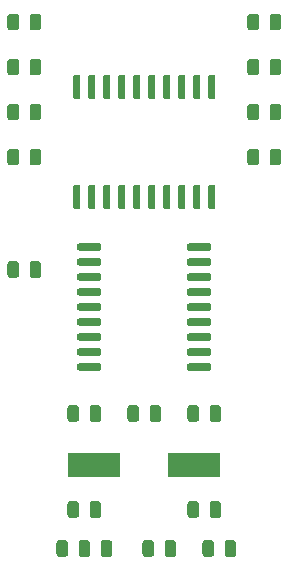
<source format=gbr>
G04 #@! TF.GenerationSoftware,KiCad,Pcbnew,(5.1.5)-3*
G04 #@! TF.CreationDate,2020-01-28T18:53:24+01:00*
G04 #@! TF.ProjectId,CAN SPI Isolated v2.0,43414e20-5350-4492-9049-736f6c617465,rev?*
G04 #@! TF.SameCoordinates,Original*
G04 #@! TF.FileFunction,Paste,Top*
G04 #@! TF.FilePolarity,Positive*
%FSLAX46Y46*%
G04 Gerber Fmt 4.6, Leading zero omitted, Abs format (unit mm)*
G04 Created by KiCad (PCBNEW (5.1.5)-3) date 2020-01-28 18:53:24*
%MOMM*%
%LPD*%
G04 APERTURE LIST*
%ADD10C,0.100000*%
%ADD11R,4.500000X2.000000*%
G04 APERTURE END LIST*
D10*
G36*
X95185142Y-169481174D02*
G01*
X95208803Y-169484684D01*
X95232007Y-169490496D01*
X95254529Y-169498554D01*
X95276153Y-169508782D01*
X95296670Y-169521079D01*
X95315883Y-169535329D01*
X95333607Y-169551393D01*
X95349671Y-169569117D01*
X95363921Y-169588330D01*
X95376218Y-169608847D01*
X95386446Y-169630471D01*
X95394504Y-169652993D01*
X95400316Y-169676197D01*
X95403826Y-169699858D01*
X95405000Y-169723750D01*
X95405000Y-170636250D01*
X95403826Y-170660142D01*
X95400316Y-170683803D01*
X95394504Y-170707007D01*
X95386446Y-170729529D01*
X95376218Y-170751153D01*
X95363921Y-170771670D01*
X95349671Y-170790883D01*
X95333607Y-170808607D01*
X95315883Y-170824671D01*
X95296670Y-170838921D01*
X95276153Y-170851218D01*
X95254529Y-170861446D01*
X95232007Y-170869504D01*
X95208803Y-170875316D01*
X95185142Y-170878826D01*
X95161250Y-170880000D01*
X94673750Y-170880000D01*
X94649858Y-170878826D01*
X94626197Y-170875316D01*
X94602993Y-170869504D01*
X94580471Y-170861446D01*
X94558847Y-170851218D01*
X94538330Y-170838921D01*
X94519117Y-170824671D01*
X94501393Y-170808607D01*
X94485329Y-170790883D01*
X94471079Y-170771670D01*
X94458782Y-170751153D01*
X94448554Y-170729529D01*
X94440496Y-170707007D01*
X94434684Y-170683803D01*
X94431174Y-170660142D01*
X94430000Y-170636250D01*
X94430000Y-169723750D01*
X94431174Y-169699858D01*
X94434684Y-169676197D01*
X94440496Y-169652993D01*
X94448554Y-169630471D01*
X94458782Y-169608847D01*
X94471079Y-169588330D01*
X94485329Y-169569117D01*
X94501393Y-169551393D01*
X94519117Y-169535329D01*
X94538330Y-169521079D01*
X94558847Y-169508782D01*
X94580471Y-169498554D01*
X94602993Y-169490496D01*
X94626197Y-169484684D01*
X94649858Y-169481174D01*
X94673750Y-169480000D01*
X95161250Y-169480000D01*
X95185142Y-169481174D01*
G37*
G36*
X93310142Y-169481174D02*
G01*
X93333803Y-169484684D01*
X93357007Y-169490496D01*
X93379529Y-169498554D01*
X93401153Y-169508782D01*
X93421670Y-169521079D01*
X93440883Y-169535329D01*
X93458607Y-169551393D01*
X93474671Y-169569117D01*
X93488921Y-169588330D01*
X93501218Y-169608847D01*
X93511446Y-169630471D01*
X93519504Y-169652993D01*
X93525316Y-169676197D01*
X93528826Y-169699858D01*
X93530000Y-169723750D01*
X93530000Y-170636250D01*
X93528826Y-170660142D01*
X93525316Y-170683803D01*
X93519504Y-170707007D01*
X93511446Y-170729529D01*
X93501218Y-170751153D01*
X93488921Y-170771670D01*
X93474671Y-170790883D01*
X93458607Y-170808607D01*
X93440883Y-170824671D01*
X93421670Y-170838921D01*
X93401153Y-170851218D01*
X93379529Y-170861446D01*
X93357007Y-170869504D01*
X93333803Y-170875316D01*
X93310142Y-170878826D01*
X93286250Y-170880000D01*
X92798750Y-170880000D01*
X92774858Y-170878826D01*
X92751197Y-170875316D01*
X92727993Y-170869504D01*
X92705471Y-170861446D01*
X92683847Y-170851218D01*
X92663330Y-170838921D01*
X92644117Y-170824671D01*
X92626393Y-170808607D01*
X92610329Y-170790883D01*
X92596079Y-170771670D01*
X92583782Y-170751153D01*
X92573554Y-170729529D01*
X92565496Y-170707007D01*
X92559684Y-170683803D01*
X92556174Y-170660142D01*
X92555000Y-170636250D01*
X92555000Y-169723750D01*
X92556174Y-169699858D01*
X92559684Y-169676197D01*
X92565496Y-169652993D01*
X92573554Y-169630471D01*
X92583782Y-169608847D01*
X92596079Y-169588330D01*
X92610329Y-169569117D01*
X92626393Y-169551393D01*
X92644117Y-169535329D01*
X92663330Y-169521079D01*
X92683847Y-169508782D01*
X92705471Y-169498554D01*
X92727993Y-169490496D01*
X92751197Y-169484684D01*
X92774858Y-169481174D01*
X92798750Y-169480000D01*
X93286250Y-169480000D01*
X93310142Y-169481174D01*
G37*
G36*
X83150142Y-169481174D02*
G01*
X83173803Y-169484684D01*
X83197007Y-169490496D01*
X83219529Y-169498554D01*
X83241153Y-169508782D01*
X83261670Y-169521079D01*
X83280883Y-169535329D01*
X83298607Y-169551393D01*
X83314671Y-169569117D01*
X83328921Y-169588330D01*
X83341218Y-169608847D01*
X83351446Y-169630471D01*
X83359504Y-169652993D01*
X83365316Y-169676197D01*
X83368826Y-169699858D01*
X83370000Y-169723750D01*
X83370000Y-170636250D01*
X83368826Y-170660142D01*
X83365316Y-170683803D01*
X83359504Y-170707007D01*
X83351446Y-170729529D01*
X83341218Y-170751153D01*
X83328921Y-170771670D01*
X83314671Y-170790883D01*
X83298607Y-170808607D01*
X83280883Y-170824671D01*
X83261670Y-170838921D01*
X83241153Y-170851218D01*
X83219529Y-170861446D01*
X83197007Y-170869504D01*
X83173803Y-170875316D01*
X83150142Y-170878826D01*
X83126250Y-170880000D01*
X82638750Y-170880000D01*
X82614858Y-170878826D01*
X82591197Y-170875316D01*
X82567993Y-170869504D01*
X82545471Y-170861446D01*
X82523847Y-170851218D01*
X82503330Y-170838921D01*
X82484117Y-170824671D01*
X82466393Y-170808607D01*
X82450329Y-170790883D01*
X82436079Y-170771670D01*
X82423782Y-170751153D01*
X82413554Y-170729529D01*
X82405496Y-170707007D01*
X82399684Y-170683803D01*
X82396174Y-170660142D01*
X82395000Y-170636250D01*
X82395000Y-169723750D01*
X82396174Y-169699858D01*
X82399684Y-169676197D01*
X82405496Y-169652993D01*
X82413554Y-169630471D01*
X82423782Y-169608847D01*
X82436079Y-169588330D01*
X82450329Y-169569117D01*
X82466393Y-169551393D01*
X82484117Y-169535329D01*
X82503330Y-169521079D01*
X82523847Y-169508782D01*
X82545471Y-169498554D01*
X82567993Y-169490496D01*
X82591197Y-169484684D01*
X82614858Y-169481174D01*
X82638750Y-169480000D01*
X83126250Y-169480000D01*
X83150142Y-169481174D01*
G37*
G36*
X85025142Y-169481174D02*
G01*
X85048803Y-169484684D01*
X85072007Y-169490496D01*
X85094529Y-169498554D01*
X85116153Y-169508782D01*
X85136670Y-169521079D01*
X85155883Y-169535329D01*
X85173607Y-169551393D01*
X85189671Y-169569117D01*
X85203921Y-169588330D01*
X85216218Y-169608847D01*
X85226446Y-169630471D01*
X85234504Y-169652993D01*
X85240316Y-169676197D01*
X85243826Y-169699858D01*
X85245000Y-169723750D01*
X85245000Y-170636250D01*
X85243826Y-170660142D01*
X85240316Y-170683803D01*
X85234504Y-170707007D01*
X85226446Y-170729529D01*
X85216218Y-170751153D01*
X85203921Y-170771670D01*
X85189671Y-170790883D01*
X85173607Y-170808607D01*
X85155883Y-170824671D01*
X85136670Y-170838921D01*
X85116153Y-170851218D01*
X85094529Y-170861446D01*
X85072007Y-170869504D01*
X85048803Y-170875316D01*
X85025142Y-170878826D01*
X85001250Y-170880000D01*
X84513750Y-170880000D01*
X84489858Y-170878826D01*
X84466197Y-170875316D01*
X84442993Y-170869504D01*
X84420471Y-170861446D01*
X84398847Y-170851218D01*
X84378330Y-170838921D01*
X84359117Y-170824671D01*
X84341393Y-170808607D01*
X84325329Y-170790883D01*
X84311079Y-170771670D01*
X84298782Y-170751153D01*
X84288554Y-170729529D01*
X84280496Y-170707007D01*
X84274684Y-170683803D01*
X84271174Y-170660142D01*
X84270000Y-170636250D01*
X84270000Y-169723750D01*
X84271174Y-169699858D01*
X84274684Y-169676197D01*
X84280496Y-169652993D01*
X84288554Y-169630471D01*
X84298782Y-169608847D01*
X84311079Y-169588330D01*
X84325329Y-169569117D01*
X84341393Y-169551393D01*
X84359117Y-169535329D01*
X84378330Y-169521079D01*
X84398847Y-169508782D01*
X84420471Y-169498554D01*
X84442993Y-169490496D01*
X84466197Y-169484684D01*
X84489858Y-169481174D01*
X84513750Y-169480000D01*
X85001250Y-169480000D01*
X85025142Y-169481174D01*
G37*
G36*
X78070142Y-149161174D02*
G01*
X78093803Y-149164684D01*
X78117007Y-149170496D01*
X78139529Y-149178554D01*
X78161153Y-149188782D01*
X78181670Y-149201079D01*
X78200883Y-149215329D01*
X78218607Y-149231393D01*
X78234671Y-149249117D01*
X78248921Y-149268330D01*
X78261218Y-149288847D01*
X78271446Y-149310471D01*
X78279504Y-149332993D01*
X78285316Y-149356197D01*
X78288826Y-149379858D01*
X78290000Y-149403750D01*
X78290000Y-150316250D01*
X78288826Y-150340142D01*
X78285316Y-150363803D01*
X78279504Y-150387007D01*
X78271446Y-150409529D01*
X78261218Y-150431153D01*
X78248921Y-150451670D01*
X78234671Y-150470883D01*
X78218607Y-150488607D01*
X78200883Y-150504671D01*
X78181670Y-150518921D01*
X78161153Y-150531218D01*
X78139529Y-150541446D01*
X78117007Y-150549504D01*
X78093803Y-150555316D01*
X78070142Y-150558826D01*
X78046250Y-150560000D01*
X77558750Y-150560000D01*
X77534858Y-150558826D01*
X77511197Y-150555316D01*
X77487993Y-150549504D01*
X77465471Y-150541446D01*
X77443847Y-150531218D01*
X77423330Y-150518921D01*
X77404117Y-150504671D01*
X77386393Y-150488607D01*
X77370329Y-150470883D01*
X77356079Y-150451670D01*
X77343782Y-150431153D01*
X77333554Y-150409529D01*
X77325496Y-150387007D01*
X77319684Y-150363803D01*
X77316174Y-150340142D01*
X77315000Y-150316250D01*
X77315000Y-149403750D01*
X77316174Y-149379858D01*
X77319684Y-149356197D01*
X77325496Y-149332993D01*
X77333554Y-149310471D01*
X77343782Y-149288847D01*
X77356079Y-149268330D01*
X77370329Y-149249117D01*
X77386393Y-149231393D01*
X77404117Y-149215329D01*
X77423330Y-149201079D01*
X77443847Y-149188782D01*
X77465471Y-149178554D01*
X77487993Y-149170496D01*
X77511197Y-149164684D01*
X77534858Y-149161174D01*
X77558750Y-149160000D01*
X78046250Y-149160000D01*
X78070142Y-149161174D01*
G37*
G36*
X79945142Y-149161174D02*
G01*
X79968803Y-149164684D01*
X79992007Y-149170496D01*
X80014529Y-149178554D01*
X80036153Y-149188782D01*
X80056670Y-149201079D01*
X80075883Y-149215329D01*
X80093607Y-149231393D01*
X80109671Y-149249117D01*
X80123921Y-149268330D01*
X80136218Y-149288847D01*
X80146446Y-149310471D01*
X80154504Y-149332993D01*
X80160316Y-149356197D01*
X80163826Y-149379858D01*
X80165000Y-149403750D01*
X80165000Y-150316250D01*
X80163826Y-150340142D01*
X80160316Y-150363803D01*
X80154504Y-150387007D01*
X80146446Y-150409529D01*
X80136218Y-150431153D01*
X80123921Y-150451670D01*
X80109671Y-150470883D01*
X80093607Y-150488607D01*
X80075883Y-150504671D01*
X80056670Y-150518921D01*
X80036153Y-150531218D01*
X80014529Y-150541446D01*
X79992007Y-150549504D01*
X79968803Y-150555316D01*
X79945142Y-150558826D01*
X79921250Y-150560000D01*
X79433750Y-150560000D01*
X79409858Y-150558826D01*
X79386197Y-150555316D01*
X79362993Y-150549504D01*
X79340471Y-150541446D01*
X79318847Y-150531218D01*
X79298330Y-150518921D01*
X79279117Y-150504671D01*
X79261393Y-150488607D01*
X79245329Y-150470883D01*
X79231079Y-150451670D01*
X79218782Y-150431153D01*
X79208554Y-150409529D01*
X79200496Y-150387007D01*
X79194684Y-150363803D01*
X79191174Y-150340142D01*
X79190000Y-150316250D01*
X79190000Y-149403750D01*
X79191174Y-149379858D01*
X79194684Y-149356197D01*
X79200496Y-149332993D01*
X79208554Y-149310471D01*
X79218782Y-149288847D01*
X79231079Y-149268330D01*
X79245329Y-149249117D01*
X79261393Y-149231393D01*
X79279117Y-149215329D01*
X79298330Y-149201079D01*
X79318847Y-149188782D01*
X79340471Y-149178554D01*
X79362993Y-149170496D01*
X79386197Y-149164684D01*
X79409858Y-149161174D01*
X79433750Y-149160000D01*
X79921250Y-149160000D01*
X79945142Y-149161174D01*
G37*
G36*
X79945142Y-128206174D02*
G01*
X79968803Y-128209684D01*
X79992007Y-128215496D01*
X80014529Y-128223554D01*
X80036153Y-128233782D01*
X80056670Y-128246079D01*
X80075883Y-128260329D01*
X80093607Y-128276393D01*
X80109671Y-128294117D01*
X80123921Y-128313330D01*
X80136218Y-128333847D01*
X80146446Y-128355471D01*
X80154504Y-128377993D01*
X80160316Y-128401197D01*
X80163826Y-128424858D01*
X80165000Y-128448750D01*
X80165000Y-129361250D01*
X80163826Y-129385142D01*
X80160316Y-129408803D01*
X80154504Y-129432007D01*
X80146446Y-129454529D01*
X80136218Y-129476153D01*
X80123921Y-129496670D01*
X80109671Y-129515883D01*
X80093607Y-129533607D01*
X80075883Y-129549671D01*
X80056670Y-129563921D01*
X80036153Y-129576218D01*
X80014529Y-129586446D01*
X79992007Y-129594504D01*
X79968803Y-129600316D01*
X79945142Y-129603826D01*
X79921250Y-129605000D01*
X79433750Y-129605000D01*
X79409858Y-129603826D01*
X79386197Y-129600316D01*
X79362993Y-129594504D01*
X79340471Y-129586446D01*
X79318847Y-129576218D01*
X79298330Y-129563921D01*
X79279117Y-129549671D01*
X79261393Y-129533607D01*
X79245329Y-129515883D01*
X79231079Y-129496670D01*
X79218782Y-129476153D01*
X79208554Y-129454529D01*
X79200496Y-129432007D01*
X79194684Y-129408803D01*
X79191174Y-129385142D01*
X79190000Y-129361250D01*
X79190000Y-128448750D01*
X79191174Y-128424858D01*
X79194684Y-128401197D01*
X79200496Y-128377993D01*
X79208554Y-128355471D01*
X79218782Y-128333847D01*
X79231079Y-128313330D01*
X79245329Y-128294117D01*
X79261393Y-128276393D01*
X79279117Y-128260329D01*
X79298330Y-128246079D01*
X79318847Y-128233782D01*
X79340471Y-128223554D01*
X79362993Y-128215496D01*
X79386197Y-128209684D01*
X79409858Y-128206174D01*
X79433750Y-128205000D01*
X79921250Y-128205000D01*
X79945142Y-128206174D01*
G37*
G36*
X78070142Y-128206174D02*
G01*
X78093803Y-128209684D01*
X78117007Y-128215496D01*
X78139529Y-128223554D01*
X78161153Y-128233782D01*
X78181670Y-128246079D01*
X78200883Y-128260329D01*
X78218607Y-128276393D01*
X78234671Y-128294117D01*
X78248921Y-128313330D01*
X78261218Y-128333847D01*
X78271446Y-128355471D01*
X78279504Y-128377993D01*
X78285316Y-128401197D01*
X78288826Y-128424858D01*
X78290000Y-128448750D01*
X78290000Y-129361250D01*
X78288826Y-129385142D01*
X78285316Y-129408803D01*
X78279504Y-129432007D01*
X78271446Y-129454529D01*
X78261218Y-129476153D01*
X78248921Y-129496670D01*
X78234671Y-129515883D01*
X78218607Y-129533607D01*
X78200883Y-129549671D01*
X78181670Y-129563921D01*
X78161153Y-129576218D01*
X78139529Y-129586446D01*
X78117007Y-129594504D01*
X78093803Y-129600316D01*
X78070142Y-129603826D01*
X78046250Y-129605000D01*
X77558750Y-129605000D01*
X77534858Y-129603826D01*
X77511197Y-129600316D01*
X77487993Y-129594504D01*
X77465471Y-129586446D01*
X77443847Y-129576218D01*
X77423330Y-129563921D01*
X77404117Y-129549671D01*
X77386393Y-129533607D01*
X77370329Y-129515883D01*
X77356079Y-129496670D01*
X77343782Y-129476153D01*
X77333554Y-129454529D01*
X77325496Y-129432007D01*
X77319684Y-129408803D01*
X77316174Y-129385142D01*
X77315000Y-129361250D01*
X77315000Y-128448750D01*
X77316174Y-128424858D01*
X77319684Y-128401197D01*
X77325496Y-128377993D01*
X77333554Y-128355471D01*
X77343782Y-128333847D01*
X77356079Y-128313330D01*
X77370329Y-128294117D01*
X77386393Y-128276393D01*
X77404117Y-128260329D01*
X77423330Y-128246079D01*
X77443847Y-128233782D01*
X77465471Y-128223554D01*
X77487993Y-128215496D01*
X77511197Y-128209684D01*
X77534858Y-128206174D01*
X77558750Y-128205000D01*
X78046250Y-128205000D01*
X78070142Y-128206174D01*
G37*
G36*
X78070142Y-132016174D02*
G01*
X78093803Y-132019684D01*
X78117007Y-132025496D01*
X78139529Y-132033554D01*
X78161153Y-132043782D01*
X78181670Y-132056079D01*
X78200883Y-132070329D01*
X78218607Y-132086393D01*
X78234671Y-132104117D01*
X78248921Y-132123330D01*
X78261218Y-132143847D01*
X78271446Y-132165471D01*
X78279504Y-132187993D01*
X78285316Y-132211197D01*
X78288826Y-132234858D01*
X78290000Y-132258750D01*
X78290000Y-133171250D01*
X78288826Y-133195142D01*
X78285316Y-133218803D01*
X78279504Y-133242007D01*
X78271446Y-133264529D01*
X78261218Y-133286153D01*
X78248921Y-133306670D01*
X78234671Y-133325883D01*
X78218607Y-133343607D01*
X78200883Y-133359671D01*
X78181670Y-133373921D01*
X78161153Y-133386218D01*
X78139529Y-133396446D01*
X78117007Y-133404504D01*
X78093803Y-133410316D01*
X78070142Y-133413826D01*
X78046250Y-133415000D01*
X77558750Y-133415000D01*
X77534858Y-133413826D01*
X77511197Y-133410316D01*
X77487993Y-133404504D01*
X77465471Y-133396446D01*
X77443847Y-133386218D01*
X77423330Y-133373921D01*
X77404117Y-133359671D01*
X77386393Y-133343607D01*
X77370329Y-133325883D01*
X77356079Y-133306670D01*
X77343782Y-133286153D01*
X77333554Y-133264529D01*
X77325496Y-133242007D01*
X77319684Y-133218803D01*
X77316174Y-133195142D01*
X77315000Y-133171250D01*
X77315000Y-132258750D01*
X77316174Y-132234858D01*
X77319684Y-132211197D01*
X77325496Y-132187993D01*
X77333554Y-132165471D01*
X77343782Y-132143847D01*
X77356079Y-132123330D01*
X77370329Y-132104117D01*
X77386393Y-132086393D01*
X77404117Y-132070329D01*
X77423330Y-132056079D01*
X77443847Y-132043782D01*
X77465471Y-132033554D01*
X77487993Y-132025496D01*
X77511197Y-132019684D01*
X77534858Y-132016174D01*
X77558750Y-132015000D01*
X78046250Y-132015000D01*
X78070142Y-132016174D01*
G37*
G36*
X79945142Y-132016174D02*
G01*
X79968803Y-132019684D01*
X79992007Y-132025496D01*
X80014529Y-132033554D01*
X80036153Y-132043782D01*
X80056670Y-132056079D01*
X80075883Y-132070329D01*
X80093607Y-132086393D01*
X80109671Y-132104117D01*
X80123921Y-132123330D01*
X80136218Y-132143847D01*
X80146446Y-132165471D01*
X80154504Y-132187993D01*
X80160316Y-132211197D01*
X80163826Y-132234858D01*
X80165000Y-132258750D01*
X80165000Y-133171250D01*
X80163826Y-133195142D01*
X80160316Y-133218803D01*
X80154504Y-133242007D01*
X80146446Y-133264529D01*
X80136218Y-133286153D01*
X80123921Y-133306670D01*
X80109671Y-133325883D01*
X80093607Y-133343607D01*
X80075883Y-133359671D01*
X80056670Y-133373921D01*
X80036153Y-133386218D01*
X80014529Y-133396446D01*
X79992007Y-133404504D01*
X79968803Y-133410316D01*
X79945142Y-133413826D01*
X79921250Y-133415000D01*
X79433750Y-133415000D01*
X79409858Y-133413826D01*
X79386197Y-133410316D01*
X79362993Y-133404504D01*
X79340471Y-133396446D01*
X79318847Y-133386218D01*
X79298330Y-133373921D01*
X79279117Y-133359671D01*
X79261393Y-133343607D01*
X79245329Y-133325883D01*
X79231079Y-133306670D01*
X79218782Y-133286153D01*
X79208554Y-133264529D01*
X79200496Y-133242007D01*
X79194684Y-133218803D01*
X79191174Y-133195142D01*
X79190000Y-133171250D01*
X79190000Y-132258750D01*
X79191174Y-132234858D01*
X79194684Y-132211197D01*
X79200496Y-132187993D01*
X79208554Y-132165471D01*
X79218782Y-132143847D01*
X79231079Y-132123330D01*
X79245329Y-132104117D01*
X79261393Y-132086393D01*
X79279117Y-132070329D01*
X79298330Y-132056079D01*
X79318847Y-132043782D01*
X79340471Y-132033554D01*
X79362993Y-132025496D01*
X79386197Y-132019684D01*
X79409858Y-132016174D01*
X79433750Y-132015000D01*
X79921250Y-132015000D01*
X79945142Y-132016174D01*
G37*
G36*
X79945142Y-135826174D02*
G01*
X79968803Y-135829684D01*
X79992007Y-135835496D01*
X80014529Y-135843554D01*
X80036153Y-135853782D01*
X80056670Y-135866079D01*
X80075883Y-135880329D01*
X80093607Y-135896393D01*
X80109671Y-135914117D01*
X80123921Y-135933330D01*
X80136218Y-135953847D01*
X80146446Y-135975471D01*
X80154504Y-135997993D01*
X80160316Y-136021197D01*
X80163826Y-136044858D01*
X80165000Y-136068750D01*
X80165000Y-136981250D01*
X80163826Y-137005142D01*
X80160316Y-137028803D01*
X80154504Y-137052007D01*
X80146446Y-137074529D01*
X80136218Y-137096153D01*
X80123921Y-137116670D01*
X80109671Y-137135883D01*
X80093607Y-137153607D01*
X80075883Y-137169671D01*
X80056670Y-137183921D01*
X80036153Y-137196218D01*
X80014529Y-137206446D01*
X79992007Y-137214504D01*
X79968803Y-137220316D01*
X79945142Y-137223826D01*
X79921250Y-137225000D01*
X79433750Y-137225000D01*
X79409858Y-137223826D01*
X79386197Y-137220316D01*
X79362993Y-137214504D01*
X79340471Y-137206446D01*
X79318847Y-137196218D01*
X79298330Y-137183921D01*
X79279117Y-137169671D01*
X79261393Y-137153607D01*
X79245329Y-137135883D01*
X79231079Y-137116670D01*
X79218782Y-137096153D01*
X79208554Y-137074529D01*
X79200496Y-137052007D01*
X79194684Y-137028803D01*
X79191174Y-137005142D01*
X79190000Y-136981250D01*
X79190000Y-136068750D01*
X79191174Y-136044858D01*
X79194684Y-136021197D01*
X79200496Y-135997993D01*
X79208554Y-135975471D01*
X79218782Y-135953847D01*
X79231079Y-135933330D01*
X79245329Y-135914117D01*
X79261393Y-135896393D01*
X79279117Y-135880329D01*
X79298330Y-135866079D01*
X79318847Y-135853782D01*
X79340471Y-135843554D01*
X79362993Y-135835496D01*
X79386197Y-135829684D01*
X79409858Y-135826174D01*
X79433750Y-135825000D01*
X79921250Y-135825000D01*
X79945142Y-135826174D01*
G37*
G36*
X78070142Y-135826174D02*
G01*
X78093803Y-135829684D01*
X78117007Y-135835496D01*
X78139529Y-135843554D01*
X78161153Y-135853782D01*
X78181670Y-135866079D01*
X78200883Y-135880329D01*
X78218607Y-135896393D01*
X78234671Y-135914117D01*
X78248921Y-135933330D01*
X78261218Y-135953847D01*
X78271446Y-135975471D01*
X78279504Y-135997993D01*
X78285316Y-136021197D01*
X78288826Y-136044858D01*
X78290000Y-136068750D01*
X78290000Y-136981250D01*
X78288826Y-137005142D01*
X78285316Y-137028803D01*
X78279504Y-137052007D01*
X78271446Y-137074529D01*
X78261218Y-137096153D01*
X78248921Y-137116670D01*
X78234671Y-137135883D01*
X78218607Y-137153607D01*
X78200883Y-137169671D01*
X78181670Y-137183921D01*
X78161153Y-137196218D01*
X78139529Y-137206446D01*
X78117007Y-137214504D01*
X78093803Y-137220316D01*
X78070142Y-137223826D01*
X78046250Y-137225000D01*
X77558750Y-137225000D01*
X77534858Y-137223826D01*
X77511197Y-137220316D01*
X77487993Y-137214504D01*
X77465471Y-137206446D01*
X77443847Y-137196218D01*
X77423330Y-137183921D01*
X77404117Y-137169671D01*
X77386393Y-137153607D01*
X77370329Y-137135883D01*
X77356079Y-137116670D01*
X77343782Y-137096153D01*
X77333554Y-137074529D01*
X77325496Y-137052007D01*
X77319684Y-137028803D01*
X77316174Y-137005142D01*
X77315000Y-136981250D01*
X77315000Y-136068750D01*
X77316174Y-136044858D01*
X77319684Y-136021197D01*
X77325496Y-135997993D01*
X77333554Y-135975471D01*
X77343782Y-135953847D01*
X77356079Y-135933330D01*
X77370329Y-135914117D01*
X77386393Y-135896393D01*
X77404117Y-135880329D01*
X77423330Y-135866079D01*
X77443847Y-135853782D01*
X77465471Y-135843554D01*
X77487993Y-135835496D01*
X77511197Y-135829684D01*
X77534858Y-135826174D01*
X77558750Y-135825000D01*
X78046250Y-135825000D01*
X78070142Y-135826174D01*
G37*
G36*
X78070142Y-139636174D02*
G01*
X78093803Y-139639684D01*
X78117007Y-139645496D01*
X78139529Y-139653554D01*
X78161153Y-139663782D01*
X78181670Y-139676079D01*
X78200883Y-139690329D01*
X78218607Y-139706393D01*
X78234671Y-139724117D01*
X78248921Y-139743330D01*
X78261218Y-139763847D01*
X78271446Y-139785471D01*
X78279504Y-139807993D01*
X78285316Y-139831197D01*
X78288826Y-139854858D01*
X78290000Y-139878750D01*
X78290000Y-140791250D01*
X78288826Y-140815142D01*
X78285316Y-140838803D01*
X78279504Y-140862007D01*
X78271446Y-140884529D01*
X78261218Y-140906153D01*
X78248921Y-140926670D01*
X78234671Y-140945883D01*
X78218607Y-140963607D01*
X78200883Y-140979671D01*
X78181670Y-140993921D01*
X78161153Y-141006218D01*
X78139529Y-141016446D01*
X78117007Y-141024504D01*
X78093803Y-141030316D01*
X78070142Y-141033826D01*
X78046250Y-141035000D01*
X77558750Y-141035000D01*
X77534858Y-141033826D01*
X77511197Y-141030316D01*
X77487993Y-141024504D01*
X77465471Y-141016446D01*
X77443847Y-141006218D01*
X77423330Y-140993921D01*
X77404117Y-140979671D01*
X77386393Y-140963607D01*
X77370329Y-140945883D01*
X77356079Y-140926670D01*
X77343782Y-140906153D01*
X77333554Y-140884529D01*
X77325496Y-140862007D01*
X77319684Y-140838803D01*
X77316174Y-140815142D01*
X77315000Y-140791250D01*
X77315000Y-139878750D01*
X77316174Y-139854858D01*
X77319684Y-139831197D01*
X77325496Y-139807993D01*
X77333554Y-139785471D01*
X77343782Y-139763847D01*
X77356079Y-139743330D01*
X77370329Y-139724117D01*
X77386393Y-139706393D01*
X77404117Y-139690329D01*
X77423330Y-139676079D01*
X77443847Y-139663782D01*
X77465471Y-139653554D01*
X77487993Y-139645496D01*
X77511197Y-139639684D01*
X77534858Y-139636174D01*
X77558750Y-139635000D01*
X78046250Y-139635000D01*
X78070142Y-139636174D01*
G37*
G36*
X79945142Y-139636174D02*
G01*
X79968803Y-139639684D01*
X79992007Y-139645496D01*
X80014529Y-139653554D01*
X80036153Y-139663782D01*
X80056670Y-139676079D01*
X80075883Y-139690329D01*
X80093607Y-139706393D01*
X80109671Y-139724117D01*
X80123921Y-139743330D01*
X80136218Y-139763847D01*
X80146446Y-139785471D01*
X80154504Y-139807993D01*
X80160316Y-139831197D01*
X80163826Y-139854858D01*
X80165000Y-139878750D01*
X80165000Y-140791250D01*
X80163826Y-140815142D01*
X80160316Y-140838803D01*
X80154504Y-140862007D01*
X80146446Y-140884529D01*
X80136218Y-140906153D01*
X80123921Y-140926670D01*
X80109671Y-140945883D01*
X80093607Y-140963607D01*
X80075883Y-140979671D01*
X80056670Y-140993921D01*
X80036153Y-141006218D01*
X80014529Y-141016446D01*
X79992007Y-141024504D01*
X79968803Y-141030316D01*
X79945142Y-141033826D01*
X79921250Y-141035000D01*
X79433750Y-141035000D01*
X79409858Y-141033826D01*
X79386197Y-141030316D01*
X79362993Y-141024504D01*
X79340471Y-141016446D01*
X79318847Y-141006218D01*
X79298330Y-140993921D01*
X79279117Y-140979671D01*
X79261393Y-140963607D01*
X79245329Y-140945883D01*
X79231079Y-140926670D01*
X79218782Y-140906153D01*
X79208554Y-140884529D01*
X79200496Y-140862007D01*
X79194684Y-140838803D01*
X79191174Y-140815142D01*
X79190000Y-140791250D01*
X79190000Y-139878750D01*
X79191174Y-139854858D01*
X79194684Y-139831197D01*
X79200496Y-139807993D01*
X79208554Y-139785471D01*
X79218782Y-139763847D01*
X79231079Y-139743330D01*
X79245329Y-139724117D01*
X79261393Y-139706393D01*
X79279117Y-139690329D01*
X79298330Y-139676079D01*
X79318847Y-139663782D01*
X79340471Y-139653554D01*
X79362993Y-139645496D01*
X79386197Y-139639684D01*
X79409858Y-139636174D01*
X79433750Y-139635000D01*
X79921250Y-139635000D01*
X79945142Y-139636174D01*
G37*
G36*
X100265142Y-128206174D02*
G01*
X100288803Y-128209684D01*
X100312007Y-128215496D01*
X100334529Y-128223554D01*
X100356153Y-128233782D01*
X100376670Y-128246079D01*
X100395883Y-128260329D01*
X100413607Y-128276393D01*
X100429671Y-128294117D01*
X100443921Y-128313330D01*
X100456218Y-128333847D01*
X100466446Y-128355471D01*
X100474504Y-128377993D01*
X100480316Y-128401197D01*
X100483826Y-128424858D01*
X100485000Y-128448750D01*
X100485000Y-129361250D01*
X100483826Y-129385142D01*
X100480316Y-129408803D01*
X100474504Y-129432007D01*
X100466446Y-129454529D01*
X100456218Y-129476153D01*
X100443921Y-129496670D01*
X100429671Y-129515883D01*
X100413607Y-129533607D01*
X100395883Y-129549671D01*
X100376670Y-129563921D01*
X100356153Y-129576218D01*
X100334529Y-129586446D01*
X100312007Y-129594504D01*
X100288803Y-129600316D01*
X100265142Y-129603826D01*
X100241250Y-129605000D01*
X99753750Y-129605000D01*
X99729858Y-129603826D01*
X99706197Y-129600316D01*
X99682993Y-129594504D01*
X99660471Y-129586446D01*
X99638847Y-129576218D01*
X99618330Y-129563921D01*
X99599117Y-129549671D01*
X99581393Y-129533607D01*
X99565329Y-129515883D01*
X99551079Y-129496670D01*
X99538782Y-129476153D01*
X99528554Y-129454529D01*
X99520496Y-129432007D01*
X99514684Y-129408803D01*
X99511174Y-129385142D01*
X99510000Y-129361250D01*
X99510000Y-128448750D01*
X99511174Y-128424858D01*
X99514684Y-128401197D01*
X99520496Y-128377993D01*
X99528554Y-128355471D01*
X99538782Y-128333847D01*
X99551079Y-128313330D01*
X99565329Y-128294117D01*
X99581393Y-128276393D01*
X99599117Y-128260329D01*
X99618330Y-128246079D01*
X99638847Y-128233782D01*
X99660471Y-128223554D01*
X99682993Y-128215496D01*
X99706197Y-128209684D01*
X99729858Y-128206174D01*
X99753750Y-128205000D01*
X100241250Y-128205000D01*
X100265142Y-128206174D01*
G37*
G36*
X98390142Y-128206174D02*
G01*
X98413803Y-128209684D01*
X98437007Y-128215496D01*
X98459529Y-128223554D01*
X98481153Y-128233782D01*
X98501670Y-128246079D01*
X98520883Y-128260329D01*
X98538607Y-128276393D01*
X98554671Y-128294117D01*
X98568921Y-128313330D01*
X98581218Y-128333847D01*
X98591446Y-128355471D01*
X98599504Y-128377993D01*
X98605316Y-128401197D01*
X98608826Y-128424858D01*
X98610000Y-128448750D01*
X98610000Y-129361250D01*
X98608826Y-129385142D01*
X98605316Y-129408803D01*
X98599504Y-129432007D01*
X98591446Y-129454529D01*
X98581218Y-129476153D01*
X98568921Y-129496670D01*
X98554671Y-129515883D01*
X98538607Y-129533607D01*
X98520883Y-129549671D01*
X98501670Y-129563921D01*
X98481153Y-129576218D01*
X98459529Y-129586446D01*
X98437007Y-129594504D01*
X98413803Y-129600316D01*
X98390142Y-129603826D01*
X98366250Y-129605000D01*
X97878750Y-129605000D01*
X97854858Y-129603826D01*
X97831197Y-129600316D01*
X97807993Y-129594504D01*
X97785471Y-129586446D01*
X97763847Y-129576218D01*
X97743330Y-129563921D01*
X97724117Y-129549671D01*
X97706393Y-129533607D01*
X97690329Y-129515883D01*
X97676079Y-129496670D01*
X97663782Y-129476153D01*
X97653554Y-129454529D01*
X97645496Y-129432007D01*
X97639684Y-129408803D01*
X97636174Y-129385142D01*
X97635000Y-129361250D01*
X97635000Y-128448750D01*
X97636174Y-128424858D01*
X97639684Y-128401197D01*
X97645496Y-128377993D01*
X97653554Y-128355471D01*
X97663782Y-128333847D01*
X97676079Y-128313330D01*
X97690329Y-128294117D01*
X97706393Y-128276393D01*
X97724117Y-128260329D01*
X97743330Y-128246079D01*
X97763847Y-128233782D01*
X97785471Y-128223554D01*
X97807993Y-128215496D01*
X97831197Y-128209684D01*
X97854858Y-128206174D01*
X97878750Y-128205000D01*
X98366250Y-128205000D01*
X98390142Y-128206174D01*
G37*
G36*
X98390142Y-132016174D02*
G01*
X98413803Y-132019684D01*
X98437007Y-132025496D01*
X98459529Y-132033554D01*
X98481153Y-132043782D01*
X98501670Y-132056079D01*
X98520883Y-132070329D01*
X98538607Y-132086393D01*
X98554671Y-132104117D01*
X98568921Y-132123330D01*
X98581218Y-132143847D01*
X98591446Y-132165471D01*
X98599504Y-132187993D01*
X98605316Y-132211197D01*
X98608826Y-132234858D01*
X98610000Y-132258750D01*
X98610000Y-133171250D01*
X98608826Y-133195142D01*
X98605316Y-133218803D01*
X98599504Y-133242007D01*
X98591446Y-133264529D01*
X98581218Y-133286153D01*
X98568921Y-133306670D01*
X98554671Y-133325883D01*
X98538607Y-133343607D01*
X98520883Y-133359671D01*
X98501670Y-133373921D01*
X98481153Y-133386218D01*
X98459529Y-133396446D01*
X98437007Y-133404504D01*
X98413803Y-133410316D01*
X98390142Y-133413826D01*
X98366250Y-133415000D01*
X97878750Y-133415000D01*
X97854858Y-133413826D01*
X97831197Y-133410316D01*
X97807993Y-133404504D01*
X97785471Y-133396446D01*
X97763847Y-133386218D01*
X97743330Y-133373921D01*
X97724117Y-133359671D01*
X97706393Y-133343607D01*
X97690329Y-133325883D01*
X97676079Y-133306670D01*
X97663782Y-133286153D01*
X97653554Y-133264529D01*
X97645496Y-133242007D01*
X97639684Y-133218803D01*
X97636174Y-133195142D01*
X97635000Y-133171250D01*
X97635000Y-132258750D01*
X97636174Y-132234858D01*
X97639684Y-132211197D01*
X97645496Y-132187993D01*
X97653554Y-132165471D01*
X97663782Y-132143847D01*
X97676079Y-132123330D01*
X97690329Y-132104117D01*
X97706393Y-132086393D01*
X97724117Y-132070329D01*
X97743330Y-132056079D01*
X97763847Y-132043782D01*
X97785471Y-132033554D01*
X97807993Y-132025496D01*
X97831197Y-132019684D01*
X97854858Y-132016174D01*
X97878750Y-132015000D01*
X98366250Y-132015000D01*
X98390142Y-132016174D01*
G37*
G36*
X100265142Y-132016174D02*
G01*
X100288803Y-132019684D01*
X100312007Y-132025496D01*
X100334529Y-132033554D01*
X100356153Y-132043782D01*
X100376670Y-132056079D01*
X100395883Y-132070329D01*
X100413607Y-132086393D01*
X100429671Y-132104117D01*
X100443921Y-132123330D01*
X100456218Y-132143847D01*
X100466446Y-132165471D01*
X100474504Y-132187993D01*
X100480316Y-132211197D01*
X100483826Y-132234858D01*
X100485000Y-132258750D01*
X100485000Y-133171250D01*
X100483826Y-133195142D01*
X100480316Y-133218803D01*
X100474504Y-133242007D01*
X100466446Y-133264529D01*
X100456218Y-133286153D01*
X100443921Y-133306670D01*
X100429671Y-133325883D01*
X100413607Y-133343607D01*
X100395883Y-133359671D01*
X100376670Y-133373921D01*
X100356153Y-133386218D01*
X100334529Y-133396446D01*
X100312007Y-133404504D01*
X100288803Y-133410316D01*
X100265142Y-133413826D01*
X100241250Y-133415000D01*
X99753750Y-133415000D01*
X99729858Y-133413826D01*
X99706197Y-133410316D01*
X99682993Y-133404504D01*
X99660471Y-133396446D01*
X99638847Y-133386218D01*
X99618330Y-133373921D01*
X99599117Y-133359671D01*
X99581393Y-133343607D01*
X99565329Y-133325883D01*
X99551079Y-133306670D01*
X99538782Y-133286153D01*
X99528554Y-133264529D01*
X99520496Y-133242007D01*
X99514684Y-133218803D01*
X99511174Y-133195142D01*
X99510000Y-133171250D01*
X99510000Y-132258750D01*
X99511174Y-132234858D01*
X99514684Y-132211197D01*
X99520496Y-132187993D01*
X99528554Y-132165471D01*
X99538782Y-132143847D01*
X99551079Y-132123330D01*
X99565329Y-132104117D01*
X99581393Y-132086393D01*
X99599117Y-132070329D01*
X99618330Y-132056079D01*
X99638847Y-132043782D01*
X99660471Y-132033554D01*
X99682993Y-132025496D01*
X99706197Y-132019684D01*
X99729858Y-132016174D01*
X99753750Y-132015000D01*
X100241250Y-132015000D01*
X100265142Y-132016174D01*
G37*
G36*
X100265142Y-135826174D02*
G01*
X100288803Y-135829684D01*
X100312007Y-135835496D01*
X100334529Y-135843554D01*
X100356153Y-135853782D01*
X100376670Y-135866079D01*
X100395883Y-135880329D01*
X100413607Y-135896393D01*
X100429671Y-135914117D01*
X100443921Y-135933330D01*
X100456218Y-135953847D01*
X100466446Y-135975471D01*
X100474504Y-135997993D01*
X100480316Y-136021197D01*
X100483826Y-136044858D01*
X100485000Y-136068750D01*
X100485000Y-136981250D01*
X100483826Y-137005142D01*
X100480316Y-137028803D01*
X100474504Y-137052007D01*
X100466446Y-137074529D01*
X100456218Y-137096153D01*
X100443921Y-137116670D01*
X100429671Y-137135883D01*
X100413607Y-137153607D01*
X100395883Y-137169671D01*
X100376670Y-137183921D01*
X100356153Y-137196218D01*
X100334529Y-137206446D01*
X100312007Y-137214504D01*
X100288803Y-137220316D01*
X100265142Y-137223826D01*
X100241250Y-137225000D01*
X99753750Y-137225000D01*
X99729858Y-137223826D01*
X99706197Y-137220316D01*
X99682993Y-137214504D01*
X99660471Y-137206446D01*
X99638847Y-137196218D01*
X99618330Y-137183921D01*
X99599117Y-137169671D01*
X99581393Y-137153607D01*
X99565329Y-137135883D01*
X99551079Y-137116670D01*
X99538782Y-137096153D01*
X99528554Y-137074529D01*
X99520496Y-137052007D01*
X99514684Y-137028803D01*
X99511174Y-137005142D01*
X99510000Y-136981250D01*
X99510000Y-136068750D01*
X99511174Y-136044858D01*
X99514684Y-136021197D01*
X99520496Y-135997993D01*
X99528554Y-135975471D01*
X99538782Y-135953847D01*
X99551079Y-135933330D01*
X99565329Y-135914117D01*
X99581393Y-135896393D01*
X99599117Y-135880329D01*
X99618330Y-135866079D01*
X99638847Y-135853782D01*
X99660471Y-135843554D01*
X99682993Y-135835496D01*
X99706197Y-135829684D01*
X99729858Y-135826174D01*
X99753750Y-135825000D01*
X100241250Y-135825000D01*
X100265142Y-135826174D01*
G37*
G36*
X98390142Y-135826174D02*
G01*
X98413803Y-135829684D01*
X98437007Y-135835496D01*
X98459529Y-135843554D01*
X98481153Y-135853782D01*
X98501670Y-135866079D01*
X98520883Y-135880329D01*
X98538607Y-135896393D01*
X98554671Y-135914117D01*
X98568921Y-135933330D01*
X98581218Y-135953847D01*
X98591446Y-135975471D01*
X98599504Y-135997993D01*
X98605316Y-136021197D01*
X98608826Y-136044858D01*
X98610000Y-136068750D01*
X98610000Y-136981250D01*
X98608826Y-137005142D01*
X98605316Y-137028803D01*
X98599504Y-137052007D01*
X98591446Y-137074529D01*
X98581218Y-137096153D01*
X98568921Y-137116670D01*
X98554671Y-137135883D01*
X98538607Y-137153607D01*
X98520883Y-137169671D01*
X98501670Y-137183921D01*
X98481153Y-137196218D01*
X98459529Y-137206446D01*
X98437007Y-137214504D01*
X98413803Y-137220316D01*
X98390142Y-137223826D01*
X98366250Y-137225000D01*
X97878750Y-137225000D01*
X97854858Y-137223826D01*
X97831197Y-137220316D01*
X97807993Y-137214504D01*
X97785471Y-137206446D01*
X97763847Y-137196218D01*
X97743330Y-137183921D01*
X97724117Y-137169671D01*
X97706393Y-137153607D01*
X97690329Y-137135883D01*
X97676079Y-137116670D01*
X97663782Y-137096153D01*
X97653554Y-137074529D01*
X97645496Y-137052007D01*
X97639684Y-137028803D01*
X97636174Y-137005142D01*
X97635000Y-136981250D01*
X97635000Y-136068750D01*
X97636174Y-136044858D01*
X97639684Y-136021197D01*
X97645496Y-135997993D01*
X97653554Y-135975471D01*
X97663782Y-135953847D01*
X97676079Y-135933330D01*
X97690329Y-135914117D01*
X97706393Y-135896393D01*
X97724117Y-135880329D01*
X97743330Y-135866079D01*
X97763847Y-135853782D01*
X97785471Y-135843554D01*
X97807993Y-135835496D01*
X97831197Y-135829684D01*
X97854858Y-135826174D01*
X97878750Y-135825000D01*
X98366250Y-135825000D01*
X98390142Y-135826174D01*
G37*
G36*
X98390142Y-139636174D02*
G01*
X98413803Y-139639684D01*
X98437007Y-139645496D01*
X98459529Y-139653554D01*
X98481153Y-139663782D01*
X98501670Y-139676079D01*
X98520883Y-139690329D01*
X98538607Y-139706393D01*
X98554671Y-139724117D01*
X98568921Y-139743330D01*
X98581218Y-139763847D01*
X98591446Y-139785471D01*
X98599504Y-139807993D01*
X98605316Y-139831197D01*
X98608826Y-139854858D01*
X98610000Y-139878750D01*
X98610000Y-140791250D01*
X98608826Y-140815142D01*
X98605316Y-140838803D01*
X98599504Y-140862007D01*
X98591446Y-140884529D01*
X98581218Y-140906153D01*
X98568921Y-140926670D01*
X98554671Y-140945883D01*
X98538607Y-140963607D01*
X98520883Y-140979671D01*
X98501670Y-140993921D01*
X98481153Y-141006218D01*
X98459529Y-141016446D01*
X98437007Y-141024504D01*
X98413803Y-141030316D01*
X98390142Y-141033826D01*
X98366250Y-141035000D01*
X97878750Y-141035000D01*
X97854858Y-141033826D01*
X97831197Y-141030316D01*
X97807993Y-141024504D01*
X97785471Y-141016446D01*
X97763847Y-141006218D01*
X97743330Y-140993921D01*
X97724117Y-140979671D01*
X97706393Y-140963607D01*
X97690329Y-140945883D01*
X97676079Y-140926670D01*
X97663782Y-140906153D01*
X97653554Y-140884529D01*
X97645496Y-140862007D01*
X97639684Y-140838803D01*
X97636174Y-140815142D01*
X97635000Y-140791250D01*
X97635000Y-139878750D01*
X97636174Y-139854858D01*
X97639684Y-139831197D01*
X97645496Y-139807993D01*
X97653554Y-139785471D01*
X97663782Y-139763847D01*
X97676079Y-139743330D01*
X97690329Y-139724117D01*
X97706393Y-139706393D01*
X97724117Y-139690329D01*
X97743330Y-139676079D01*
X97763847Y-139663782D01*
X97785471Y-139653554D01*
X97807993Y-139645496D01*
X97831197Y-139639684D01*
X97854858Y-139636174D01*
X97878750Y-139635000D01*
X98366250Y-139635000D01*
X98390142Y-139636174D01*
G37*
G36*
X100265142Y-139636174D02*
G01*
X100288803Y-139639684D01*
X100312007Y-139645496D01*
X100334529Y-139653554D01*
X100356153Y-139663782D01*
X100376670Y-139676079D01*
X100395883Y-139690329D01*
X100413607Y-139706393D01*
X100429671Y-139724117D01*
X100443921Y-139743330D01*
X100456218Y-139763847D01*
X100466446Y-139785471D01*
X100474504Y-139807993D01*
X100480316Y-139831197D01*
X100483826Y-139854858D01*
X100485000Y-139878750D01*
X100485000Y-140791250D01*
X100483826Y-140815142D01*
X100480316Y-140838803D01*
X100474504Y-140862007D01*
X100466446Y-140884529D01*
X100456218Y-140906153D01*
X100443921Y-140926670D01*
X100429671Y-140945883D01*
X100413607Y-140963607D01*
X100395883Y-140979671D01*
X100376670Y-140993921D01*
X100356153Y-141006218D01*
X100334529Y-141016446D01*
X100312007Y-141024504D01*
X100288803Y-141030316D01*
X100265142Y-141033826D01*
X100241250Y-141035000D01*
X99753750Y-141035000D01*
X99729858Y-141033826D01*
X99706197Y-141030316D01*
X99682993Y-141024504D01*
X99660471Y-141016446D01*
X99638847Y-141006218D01*
X99618330Y-140993921D01*
X99599117Y-140979671D01*
X99581393Y-140963607D01*
X99565329Y-140945883D01*
X99551079Y-140926670D01*
X99538782Y-140906153D01*
X99528554Y-140884529D01*
X99520496Y-140862007D01*
X99514684Y-140838803D01*
X99511174Y-140815142D01*
X99510000Y-140791250D01*
X99510000Y-139878750D01*
X99511174Y-139854858D01*
X99514684Y-139831197D01*
X99520496Y-139807993D01*
X99528554Y-139785471D01*
X99538782Y-139763847D01*
X99551079Y-139743330D01*
X99565329Y-139724117D01*
X99581393Y-139706393D01*
X99599117Y-139690329D01*
X99618330Y-139676079D01*
X99638847Y-139663782D01*
X99660471Y-139653554D01*
X99682993Y-139645496D01*
X99706197Y-139639684D01*
X99729858Y-139636174D01*
X99753750Y-139635000D01*
X100241250Y-139635000D01*
X100265142Y-139636174D01*
G37*
G36*
X82220742Y-172783174D02*
G01*
X82244403Y-172786684D01*
X82267607Y-172792496D01*
X82290129Y-172800554D01*
X82311753Y-172810782D01*
X82332270Y-172823079D01*
X82351483Y-172837329D01*
X82369207Y-172853393D01*
X82385271Y-172871117D01*
X82399521Y-172890330D01*
X82411818Y-172910847D01*
X82422046Y-172932471D01*
X82430104Y-172954993D01*
X82435916Y-172978197D01*
X82439426Y-173001858D01*
X82440600Y-173025750D01*
X82440600Y-173938250D01*
X82439426Y-173962142D01*
X82435916Y-173985803D01*
X82430104Y-174009007D01*
X82422046Y-174031529D01*
X82411818Y-174053153D01*
X82399521Y-174073670D01*
X82385271Y-174092883D01*
X82369207Y-174110607D01*
X82351483Y-174126671D01*
X82332270Y-174140921D01*
X82311753Y-174153218D01*
X82290129Y-174163446D01*
X82267607Y-174171504D01*
X82244403Y-174177316D01*
X82220742Y-174180826D01*
X82196850Y-174182000D01*
X81709350Y-174182000D01*
X81685458Y-174180826D01*
X81661797Y-174177316D01*
X81638593Y-174171504D01*
X81616071Y-174163446D01*
X81594447Y-174153218D01*
X81573930Y-174140921D01*
X81554717Y-174126671D01*
X81536993Y-174110607D01*
X81520929Y-174092883D01*
X81506679Y-174073670D01*
X81494382Y-174053153D01*
X81484154Y-174031529D01*
X81476096Y-174009007D01*
X81470284Y-173985803D01*
X81466774Y-173962142D01*
X81465600Y-173938250D01*
X81465600Y-173025750D01*
X81466774Y-173001858D01*
X81470284Y-172978197D01*
X81476096Y-172954993D01*
X81484154Y-172932471D01*
X81494382Y-172910847D01*
X81506679Y-172890330D01*
X81520929Y-172871117D01*
X81536993Y-172853393D01*
X81554717Y-172837329D01*
X81573930Y-172823079D01*
X81594447Y-172810782D01*
X81616071Y-172800554D01*
X81638593Y-172792496D01*
X81661797Y-172786684D01*
X81685458Y-172783174D01*
X81709350Y-172782000D01*
X82196850Y-172782000D01*
X82220742Y-172783174D01*
G37*
G36*
X85962642Y-172783174D02*
G01*
X85986303Y-172786684D01*
X86009507Y-172792496D01*
X86032029Y-172800554D01*
X86053653Y-172810782D01*
X86074170Y-172823079D01*
X86093383Y-172837329D01*
X86111107Y-172853393D01*
X86127171Y-172871117D01*
X86141421Y-172890330D01*
X86153718Y-172910847D01*
X86163946Y-172932471D01*
X86172004Y-172954993D01*
X86177816Y-172978197D01*
X86181326Y-173001858D01*
X86182500Y-173025750D01*
X86182500Y-173938250D01*
X86181326Y-173962142D01*
X86177816Y-173985803D01*
X86172004Y-174009007D01*
X86163946Y-174031529D01*
X86153718Y-174053153D01*
X86141421Y-174073670D01*
X86127171Y-174092883D01*
X86111107Y-174110607D01*
X86093383Y-174126671D01*
X86074170Y-174140921D01*
X86053653Y-174153218D01*
X86032029Y-174163446D01*
X86009507Y-174171504D01*
X85986303Y-174177316D01*
X85962642Y-174180826D01*
X85938750Y-174182000D01*
X85451250Y-174182000D01*
X85427358Y-174180826D01*
X85403697Y-174177316D01*
X85380493Y-174171504D01*
X85357971Y-174163446D01*
X85336347Y-174153218D01*
X85315830Y-174140921D01*
X85296617Y-174126671D01*
X85278893Y-174110607D01*
X85262829Y-174092883D01*
X85248579Y-174073670D01*
X85236282Y-174053153D01*
X85226054Y-174031529D01*
X85217996Y-174009007D01*
X85212184Y-173985803D01*
X85208674Y-173962142D01*
X85207500Y-173938250D01*
X85207500Y-173025750D01*
X85208674Y-173001858D01*
X85212184Y-172978197D01*
X85217996Y-172954993D01*
X85226054Y-172932471D01*
X85236282Y-172910847D01*
X85248579Y-172890330D01*
X85262829Y-172871117D01*
X85278893Y-172853393D01*
X85296617Y-172837329D01*
X85315830Y-172823079D01*
X85336347Y-172810782D01*
X85357971Y-172800554D01*
X85380493Y-172792496D01*
X85403697Y-172786684D01*
X85427358Y-172783174D01*
X85451250Y-172782000D01*
X85938750Y-172782000D01*
X85962642Y-172783174D01*
G37*
G36*
X84087642Y-172783174D02*
G01*
X84111303Y-172786684D01*
X84134507Y-172792496D01*
X84157029Y-172800554D01*
X84178653Y-172810782D01*
X84199170Y-172823079D01*
X84218383Y-172837329D01*
X84236107Y-172853393D01*
X84252171Y-172871117D01*
X84266421Y-172890330D01*
X84278718Y-172910847D01*
X84288946Y-172932471D01*
X84297004Y-172954993D01*
X84302816Y-172978197D01*
X84306326Y-173001858D01*
X84307500Y-173025750D01*
X84307500Y-173938250D01*
X84306326Y-173962142D01*
X84302816Y-173985803D01*
X84297004Y-174009007D01*
X84288946Y-174031529D01*
X84278718Y-174053153D01*
X84266421Y-174073670D01*
X84252171Y-174092883D01*
X84236107Y-174110607D01*
X84218383Y-174126671D01*
X84199170Y-174140921D01*
X84178653Y-174153218D01*
X84157029Y-174163446D01*
X84134507Y-174171504D01*
X84111303Y-174177316D01*
X84087642Y-174180826D01*
X84063750Y-174182000D01*
X83576250Y-174182000D01*
X83552358Y-174180826D01*
X83528697Y-174177316D01*
X83505493Y-174171504D01*
X83482971Y-174163446D01*
X83461347Y-174153218D01*
X83440830Y-174140921D01*
X83421617Y-174126671D01*
X83403893Y-174110607D01*
X83387829Y-174092883D01*
X83373579Y-174073670D01*
X83361282Y-174053153D01*
X83351054Y-174031529D01*
X83342996Y-174009007D01*
X83337184Y-173985803D01*
X83333674Y-173962142D01*
X83332500Y-173938250D01*
X83332500Y-173025750D01*
X83333674Y-173001858D01*
X83337184Y-172978197D01*
X83342996Y-172954993D01*
X83351054Y-172932471D01*
X83361282Y-172910847D01*
X83373579Y-172890330D01*
X83387829Y-172871117D01*
X83403893Y-172853393D01*
X83421617Y-172837329D01*
X83440830Y-172823079D01*
X83461347Y-172810782D01*
X83482971Y-172800554D01*
X83505493Y-172792496D01*
X83528697Y-172786684D01*
X83552358Y-172783174D01*
X83576250Y-172782000D01*
X84063750Y-172782000D01*
X84087642Y-172783174D01*
G37*
D11*
X93150000Y-166370000D03*
X84650000Y-166370000D03*
D10*
G36*
X96455142Y-172783174D02*
G01*
X96478803Y-172786684D01*
X96502007Y-172792496D01*
X96524529Y-172800554D01*
X96546153Y-172810782D01*
X96566670Y-172823079D01*
X96585883Y-172837329D01*
X96603607Y-172853393D01*
X96619671Y-172871117D01*
X96633921Y-172890330D01*
X96646218Y-172910847D01*
X96656446Y-172932471D01*
X96664504Y-172954993D01*
X96670316Y-172978197D01*
X96673826Y-173001858D01*
X96675000Y-173025750D01*
X96675000Y-173938250D01*
X96673826Y-173962142D01*
X96670316Y-173985803D01*
X96664504Y-174009007D01*
X96656446Y-174031529D01*
X96646218Y-174053153D01*
X96633921Y-174073670D01*
X96619671Y-174092883D01*
X96603607Y-174110607D01*
X96585883Y-174126671D01*
X96566670Y-174140921D01*
X96546153Y-174153218D01*
X96524529Y-174163446D01*
X96502007Y-174171504D01*
X96478803Y-174177316D01*
X96455142Y-174180826D01*
X96431250Y-174182000D01*
X95943750Y-174182000D01*
X95919858Y-174180826D01*
X95896197Y-174177316D01*
X95872993Y-174171504D01*
X95850471Y-174163446D01*
X95828847Y-174153218D01*
X95808330Y-174140921D01*
X95789117Y-174126671D01*
X95771393Y-174110607D01*
X95755329Y-174092883D01*
X95741079Y-174073670D01*
X95728782Y-174053153D01*
X95718554Y-174031529D01*
X95710496Y-174009007D01*
X95704684Y-173985803D01*
X95701174Y-173962142D01*
X95700000Y-173938250D01*
X95700000Y-173025750D01*
X95701174Y-173001858D01*
X95704684Y-172978197D01*
X95710496Y-172954993D01*
X95718554Y-172932471D01*
X95728782Y-172910847D01*
X95741079Y-172890330D01*
X95755329Y-172871117D01*
X95771393Y-172853393D01*
X95789117Y-172837329D01*
X95808330Y-172823079D01*
X95828847Y-172810782D01*
X95850471Y-172800554D01*
X95872993Y-172792496D01*
X95896197Y-172786684D01*
X95919858Y-172783174D01*
X95943750Y-172782000D01*
X96431250Y-172782000D01*
X96455142Y-172783174D01*
G37*
G36*
X94580142Y-172783174D02*
G01*
X94603803Y-172786684D01*
X94627007Y-172792496D01*
X94649529Y-172800554D01*
X94671153Y-172810782D01*
X94691670Y-172823079D01*
X94710883Y-172837329D01*
X94728607Y-172853393D01*
X94744671Y-172871117D01*
X94758921Y-172890330D01*
X94771218Y-172910847D01*
X94781446Y-172932471D01*
X94789504Y-172954993D01*
X94795316Y-172978197D01*
X94798826Y-173001858D01*
X94800000Y-173025750D01*
X94800000Y-173938250D01*
X94798826Y-173962142D01*
X94795316Y-173985803D01*
X94789504Y-174009007D01*
X94781446Y-174031529D01*
X94771218Y-174053153D01*
X94758921Y-174073670D01*
X94744671Y-174092883D01*
X94728607Y-174110607D01*
X94710883Y-174126671D01*
X94691670Y-174140921D01*
X94671153Y-174153218D01*
X94649529Y-174163446D01*
X94627007Y-174171504D01*
X94603803Y-174177316D01*
X94580142Y-174180826D01*
X94556250Y-174182000D01*
X94068750Y-174182000D01*
X94044858Y-174180826D01*
X94021197Y-174177316D01*
X93997993Y-174171504D01*
X93975471Y-174163446D01*
X93953847Y-174153218D01*
X93933330Y-174140921D01*
X93914117Y-174126671D01*
X93896393Y-174110607D01*
X93880329Y-174092883D01*
X93866079Y-174073670D01*
X93853782Y-174053153D01*
X93843554Y-174031529D01*
X93835496Y-174009007D01*
X93829684Y-173985803D01*
X93826174Y-173962142D01*
X93825000Y-173938250D01*
X93825000Y-173025750D01*
X93826174Y-173001858D01*
X93829684Y-172978197D01*
X93835496Y-172954993D01*
X93843554Y-172932471D01*
X93853782Y-172910847D01*
X93866079Y-172890330D01*
X93880329Y-172871117D01*
X93896393Y-172853393D01*
X93914117Y-172837329D01*
X93933330Y-172823079D01*
X93953847Y-172810782D01*
X93975471Y-172800554D01*
X93997993Y-172792496D01*
X94021197Y-172786684D01*
X94044858Y-172783174D01*
X94068750Y-172782000D01*
X94556250Y-172782000D01*
X94580142Y-172783174D01*
G37*
G36*
X83150142Y-161353174D02*
G01*
X83173803Y-161356684D01*
X83197007Y-161362496D01*
X83219529Y-161370554D01*
X83241153Y-161380782D01*
X83261670Y-161393079D01*
X83280883Y-161407329D01*
X83298607Y-161423393D01*
X83314671Y-161441117D01*
X83328921Y-161460330D01*
X83341218Y-161480847D01*
X83351446Y-161502471D01*
X83359504Y-161524993D01*
X83365316Y-161548197D01*
X83368826Y-161571858D01*
X83370000Y-161595750D01*
X83370000Y-162508250D01*
X83368826Y-162532142D01*
X83365316Y-162555803D01*
X83359504Y-162579007D01*
X83351446Y-162601529D01*
X83341218Y-162623153D01*
X83328921Y-162643670D01*
X83314671Y-162662883D01*
X83298607Y-162680607D01*
X83280883Y-162696671D01*
X83261670Y-162710921D01*
X83241153Y-162723218D01*
X83219529Y-162733446D01*
X83197007Y-162741504D01*
X83173803Y-162747316D01*
X83150142Y-162750826D01*
X83126250Y-162752000D01*
X82638750Y-162752000D01*
X82614858Y-162750826D01*
X82591197Y-162747316D01*
X82567993Y-162741504D01*
X82545471Y-162733446D01*
X82523847Y-162723218D01*
X82503330Y-162710921D01*
X82484117Y-162696671D01*
X82466393Y-162680607D01*
X82450329Y-162662883D01*
X82436079Y-162643670D01*
X82423782Y-162623153D01*
X82413554Y-162601529D01*
X82405496Y-162579007D01*
X82399684Y-162555803D01*
X82396174Y-162532142D01*
X82395000Y-162508250D01*
X82395000Y-161595750D01*
X82396174Y-161571858D01*
X82399684Y-161548197D01*
X82405496Y-161524993D01*
X82413554Y-161502471D01*
X82423782Y-161480847D01*
X82436079Y-161460330D01*
X82450329Y-161441117D01*
X82466393Y-161423393D01*
X82484117Y-161407329D01*
X82503330Y-161393079D01*
X82523847Y-161380782D01*
X82545471Y-161370554D01*
X82567993Y-161362496D01*
X82591197Y-161356684D01*
X82614858Y-161353174D01*
X82638750Y-161352000D01*
X83126250Y-161352000D01*
X83150142Y-161353174D01*
G37*
G36*
X85025142Y-161353174D02*
G01*
X85048803Y-161356684D01*
X85072007Y-161362496D01*
X85094529Y-161370554D01*
X85116153Y-161380782D01*
X85136670Y-161393079D01*
X85155883Y-161407329D01*
X85173607Y-161423393D01*
X85189671Y-161441117D01*
X85203921Y-161460330D01*
X85216218Y-161480847D01*
X85226446Y-161502471D01*
X85234504Y-161524993D01*
X85240316Y-161548197D01*
X85243826Y-161571858D01*
X85245000Y-161595750D01*
X85245000Y-162508250D01*
X85243826Y-162532142D01*
X85240316Y-162555803D01*
X85234504Y-162579007D01*
X85226446Y-162601529D01*
X85216218Y-162623153D01*
X85203921Y-162643670D01*
X85189671Y-162662883D01*
X85173607Y-162680607D01*
X85155883Y-162696671D01*
X85136670Y-162710921D01*
X85116153Y-162723218D01*
X85094529Y-162733446D01*
X85072007Y-162741504D01*
X85048803Y-162747316D01*
X85025142Y-162750826D01*
X85001250Y-162752000D01*
X84513750Y-162752000D01*
X84489858Y-162750826D01*
X84466197Y-162747316D01*
X84442993Y-162741504D01*
X84420471Y-162733446D01*
X84398847Y-162723218D01*
X84378330Y-162710921D01*
X84359117Y-162696671D01*
X84341393Y-162680607D01*
X84325329Y-162662883D01*
X84311079Y-162643670D01*
X84298782Y-162623153D01*
X84288554Y-162601529D01*
X84280496Y-162579007D01*
X84274684Y-162555803D01*
X84271174Y-162532142D01*
X84270000Y-162508250D01*
X84270000Y-161595750D01*
X84271174Y-161571858D01*
X84274684Y-161548197D01*
X84280496Y-161524993D01*
X84288554Y-161502471D01*
X84298782Y-161480847D01*
X84311079Y-161460330D01*
X84325329Y-161441117D01*
X84341393Y-161423393D01*
X84359117Y-161407329D01*
X84378330Y-161393079D01*
X84398847Y-161380782D01*
X84420471Y-161370554D01*
X84442993Y-161362496D01*
X84466197Y-161356684D01*
X84489858Y-161353174D01*
X84513750Y-161352000D01*
X85001250Y-161352000D01*
X85025142Y-161353174D01*
G37*
G36*
X88230142Y-161353174D02*
G01*
X88253803Y-161356684D01*
X88277007Y-161362496D01*
X88299529Y-161370554D01*
X88321153Y-161380782D01*
X88341670Y-161393079D01*
X88360883Y-161407329D01*
X88378607Y-161423393D01*
X88394671Y-161441117D01*
X88408921Y-161460330D01*
X88421218Y-161480847D01*
X88431446Y-161502471D01*
X88439504Y-161524993D01*
X88445316Y-161548197D01*
X88448826Y-161571858D01*
X88450000Y-161595750D01*
X88450000Y-162508250D01*
X88448826Y-162532142D01*
X88445316Y-162555803D01*
X88439504Y-162579007D01*
X88431446Y-162601529D01*
X88421218Y-162623153D01*
X88408921Y-162643670D01*
X88394671Y-162662883D01*
X88378607Y-162680607D01*
X88360883Y-162696671D01*
X88341670Y-162710921D01*
X88321153Y-162723218D01*
X88299529Y-162733446D01*
X88277007Y-162741504D01*
X88253803Y-162747316D01*
X88230142Y-162750826D01*
X88206250Y-162752000D01*
X87718750Y-162752000D01*
X87694858Y-162750826D01*
X87671197Y-162747316D01*
X87647993Y-162741504D01*
X87625471Y-162733446D01*
X87603847Y-162723218D01*
X87583330Y-162710921D01*
X87564117Y-162696671D01*
X87546393Y-162680607D01*
X87530329Y-162662883D01*
X87516079Y-162643670D01*
X87503782Y-162623153D01*
X87493554Y-162601529D01*
X87485496Y-162579007D01*
X87479684Y-162555803D01*
X87476174Y-162532142D01*
X87475000Y-162508250D01*
X87475000Y-161595750D01*
X87476174Y-161571858D01*
X87479684Y-161548197D01*
X87485496Y-161524993D01*
X87493554Y-161502471D01*
X87503782Y-161480847D01*
X87516079Y-161460330D01*
X87530329Y-161441117D01*
X87546393Y-161423393D01*
X87564117Y-161407329D01*
X87583330Y-161393079D01*
X87603847Y-161380782D01*
X87625471Y-161370554D01*
X87647993Y-161362496D01*
X87671197Y-161356684D01*
X87694858Y-161353174D01*
X87718750Y-161352000D01*
X88206250Y-161352000D01*
X88230142Y-161353174D01*
G37*
G36*
X90105142Y-161353174D02*
G01*
X90128803Y-161356684D01*
X90152007Y-161362496D01*
X90174529Y-161370554D01*
X90196153Y-161380782D01*
X90216670Y-161393079D01*
X90235883Y-161407329D01*
X90253607Y-161423393D01*
X90269671Y-161441117D01*
X90283921Y-161460330D01*
X90296218Y-161480847D01*
X90306446Y-161502471D01*
X90314504Y-161524993D01*
X90320316Y-161548197D01*
X90323826Y-161571858D01*
X90325000Y-161595750D01*
X90325000Y-162508250D01*
X90323826Y-162532142D01*
X90320316Y-162555803D01*
X90314504Y-162579007D01*
X90306446Y-162601529D01*
X90296218Y-162623153D01*
X90283921Y-162643670D01*
X90269671Y-162662883D01*
X90253607Y-162680607D01*
X90235883Y-162696671D01*
X90216670Y-162710921D01*
X90196153Y-162723218D01*
X90174529Y-162733446D01*
X90152007Y-162741504D01*
X90128803Y-162747316D01*
X90105142Y-162750826D01*
X90081250Y-162752000D01*
X89593750Y-162752000D01*
X89569858Y-162750826D01*
X89546197Y-162747316D01*
X89522993Y-162741504D01*
X89500471Y-162733446D01*
X89478847Y-162723218D01*
X89458330Y-162710921D01*
X89439117Y-162696671D01*
X89421393Y-162680607D01*
X89405329Y-162662883D01*
X89391079Y-162643670D01*
X89378782Y-162623153D01*
X89368554Y-162601529D01*
X89360496Y-162579007D01*
X89354684Y-162555803D01*
X89351174Y-162532142D01*
X89350000Y-162508250D01*
X89350000Y-161595750D01*
X89351174Y-161571858D01*
X89354684Y-161548197D01*
X89360496Y-161524993D01*
X89368554Y-161502471D01*
X89378782Y-161480847D01*
X89391079Y-161460330D01*
X89405329Y-161441117D01*
X89421393Y-161423393D01*
X89439117Y-161407329D01*
X89458330Y-161393079D01*
X89478847Y-161380782D01*
X89500471Y-161370554D01*
X89522993Y-161362496D01*
X89546197Y-161356684D01*
X89569858Y-161353174D01*
X89593750Y-161352000D01*
X90081250Y-161352000D01*
X90105142Y-161353174D01*
G37*
G36*
X95185142Y-161353174D02*
G01*
X95208803Y-161356684D01*
X95232007Y-161362496D01*
X95254529Y-161370554D01*
X95276153Y-161380782D01*
X95296670Y-161393079D01*
X95315883Y-161407329D01*
X95333607Y-161423393D01*
X95349671Y-161441117D01*
X95363921Y-161460330D01*
X95376218Y-161480847D01*
X95386446Y-161502471D01*
X95394504Y-161524993D01*
X95400316Y-161548197D01*
X95403826Y-161571858D01*
X95405000Y-161595750D01*
X95405000Y-162508250D01*
X95403826Y-162532142D01*
X95400316Y-162555803D01*
X95394504Y-162579007D01*
X95386446Y-162601529D01*
X95376218Y-162623153D01*
X95363921Y-162643670D01*
X95349671Y-162662883D01*
X95333607Y-162680607D01*
X95315883Y-162696671D01*
X95296670Y-162710921D01*
X95276153Y-162723218D01*
X95254529Y-162733446D01*
X95232007Y-162741504D01*
X95208803Y-162747316D01*
X95185142Y-162750826D01*
X95161250Y-162752000D01*
X94673750Y-162752000D01*
X94649858Y-162750826D01*
X94626197Y-162747316D01*
X94602993Y-162741504D01*
X94580471Y-162733446D01*
X94558847Y-162723218D01*
X94538330Y-162710921D01*
X94519117Y-162696671D01*
X94501393Y-162680607D01*
X94485329Y-162662883D01*
X94471079Y-162643670D01*
X94458782Y-162623153D01*
X94448554Y-162601529D01*
X94440496Y-162579007D01*
X94434684Y-162555803D01*
X94431174Y-162532142D01*
X94430000Y-162508250D01*
X94430000Y-161595750D01*
X94431174Y-161571858D01*
X94434684Y-161548197D01*
X94440496Y-161524993D01*
X94448554Y-161502471D01*
X94458782Y-161480847D01*
X94471079Y-161460330D01*
X94485329Y-161441117D01*
X94501393Y-161423393D01*
X94519117Y-161407329D01*
X94538330Y-161393079D01*
X94558847Y-161380782D01*
X94580471Y-161370554D01*
X94602993Y-161362496D01*
X94626197Y-161356684D01*
X94649858Y-161353174D01*
X94673750Y-161352000D01*
X95161250Y-161352000D01*
X95185142Y-161353174D01*
G37*
G36*
X93310142Y-161353174D02*
G01*
X93333803Y-161356684D01*
X93357007Y-161362496D01*
X93379529Y-161370554D01*
X93401153Y-161380782D01*
X93421670Y-161393079D01*
X93440883Y-161407329D01*
X93458607Y-161423393D01*
X93474671Y-161441117D01*
X93488921Y-161460330D01*
X93501218Y-161480847D01*
X93511446Y-161502471D01*
X93519504Y-161524993D01*
X93525316Y-161548197D01*
X93528826Y-161571858D01*
X93530000Y-161595750D01*
X93530000Y-162508250D01*
X93528826Y-162532142D01*
X93525316Y-162555803D01*
X93519504Y-162579007D01*
X93511446Y-162601529D01*
X93501218Y-162623153D01*
X93488921Y-162643670D01*
X93474671Y-162662883D01*
X93458607Y-162680607D01*
X93440883Y-162696671D01*
X93421670Y-162710921D01*
X93401153Y-162723218D01*
X93379529Y-162733446D01*
X93357007Y-162741504D01*
X93333803Y-162747316D01*
X93310142Y-162750826D01*
X93286250Y-162752000D01*
X92798750Y-162752000D01*
X92774858Y-162750826D01*
X92751197Y-162747316D01*
X92727993Y-162741504D01*
X92705471Y-162733446D01*
X92683847Y-162723218D01*
X92663330Y-162710921D01*
X92644117Y-162696671D01*
X92626393Y-162680607D01*
X92610329Y-162662883D01*
X92596079Y-162643670D01*
X92583782Y-162623153D01*
X92573554Y-162601529D01*
X92565496Y-162579007D01*
X92559684Y-162555803D01*
X92556174Y-162532142D01*
X92555000Y-162508250D01*
X92555000Y-161595750D01*
X92556174Y-161571858D01*
X92559684Y-161548197D01*
X92565496Y-161524993D01*
X92573554Y-161502471D01*
X92583782Y-161480847D01*
X92596079Y-161460330D01*
X92610329Y-161441117D01*
X92626393Y-161423393D01*
X92644117Y-161407329D01*
X92663330Y-161393079D01*
X92683847Y-161380782D01*
X92705471Y-161370554D01*
X92727993Y-161362496D01*
X92751197Y-161356684D01*
X92774858Y-161353174D01*
X92798750Y-161352000D01*
X93286250Y-161352000D01*
X93310142Y-161353174D01*
G37*
G36*
X91375142Y-172783174D02*
G01*
X91398803Y-172786684D01*
X91422007Y-172792496D01*
X91444529Y-172800554D01*
X91466153Y-172810782D01*
X91486670Y-172823079D01*
X91505883Y-172837329D01*
X91523607Y-172853393D01*
X91539671Y-172871117D01*
X91553921Y-172890330D01*
X91566218Y-172910847D01*
X91576446Y-172932471D01*
X91584504Y-172954993D01*
X91590316Y-172978197D01*
X91593826Y-173001858D01*
X91595000Y-173025750D01*
X91595000Y-173938250D01*
X91593826Y-173962142D01*
X91590316Y-173985803D01*
X91584504Y-174009007D01*
X91576446Y-174031529D01*
X91566218Y-174053153D01*
X91553921Y-174073670D01*
X91539671Y-174092883D01*
X91523607Y-174110607D01*
X91505883Y-174126671D01*
X91486670Y-174140921D01*
X91466153Y-174153218D01*
X91444529Y-174163446D01*
X91422007Y-174171504D01*
X91398803Y-174177316D01*
X91375142Y-174180826D01*
X91351250Y-174182000D01*
X90863750Y-174182000D01*
X90839858Y-174180826D01*
X90816197Y-174177316D01*
X90792993Y-174171504D01*
X90770471Y-174163446D01*
X90748847Y-174153218D01*
X90728330Y-174140921D01*
X90709117Y-174126671D01*
X90691393Y-174110607D01*
X90675329Y-174092883D01*
X90661079Y-174073670D01*
X90648782Y-174053153D01*
X90638554Y-174031529D01*
X90630496Y-174009007D01*
X90624684Y-173985803D01*
X90621174Y-173962142D01*
X90620000Y-173938250D01*
X90620000Y-173025750D01*
X90621174Y-173001858D01*
X90624684Y-172978197D01*
X90630496Y-172954993D01*
X90638554Y-172932471D01*
X90648782Y-172910847D01*
X90661079Y-172890330D01*
X90675329Y-172871117D01*
X90691393Y-172853393D01*
X90709117Y-172837329D01*
X90728330Y-172823079D01*
X90748847Y-172810782D01*
X90770471Y-172800554D01*
X90792993Y-172792496D01*
X90816197Y-172786684D01*
X90839858Y-172783174D01*
X90863750Y-172782000D01*
X91351250Y-172782000D01*
X91375142Y-172783174D01*
G37*
G36*
X89500142Y-172783174D02*
G01*
X89523803Y-172786684D01*
X89547007Y-172792496D01*
X89569529Y-172800554D01*
X89591153Y-172810782D01*
X89611670Y-172823079D01*
X89630883Y-172837329D01*
X89648607Y-172853393D01*
X89664671Y-172871117D01*
X89678921Y-172890330D01*
X89691218Y-172910847D01*
X89701446Y-172932471D01*
X89709504Y-172954993D01*
X89715316Y-172978197D01*
X89718826Y-173001858D01*
X89720000Y-173025750D01*
X89720000Y-173938250D01*
X89718826Y-173962142D01*
X89715316Y-173985803D01*
X89709504Y-174009007D01*
X89701446Y-174031529D01*
X89691218Y-174053153D01*
X89678921Y-174073670D01*
X89664671Y-174092883D01*
X89648607Y-174110607D01*
X89630883Y-174126671D01*
X89611670Y-174140921D01*
X89591153Y-174153218D01*
X89569529Y-174163446D01*
X89547007Y-174171504D01*
X89523803Y-174177316D01*
X89500142Y-174180826D01*
X89476250Y-174182000D01*
X88988750Y-174182000D01*
X88964858Y-174180826D01*
X88941197Y-174177316D01*
X88917993Y-174171504D01*
X88895471Y-174163446D01*
X88873847Y-174153218D01*
X88853330Y-174140921D01*
X88834117Y-174126671D01*
X88816393Y-174110607D01*
X88800329Y-174092883D01*
X88786079Y-174073670D01*
X88773782Y-174053153D01*
X88763554Y-174031529D01*
X88755496Y-174009007D01*
X88749684Y-173985803D01*
X88746174Y-173962142D01*
X88745000Y-173938250D01*
X88745000Y-173025750D01*
X88746174Y-173001858D01*
X88749684Y-172978197D01*
X88755496Y-172954993D01*
X88763554Y-172932471D01*
X88773782Y-172910847D01*
X88786079Y-172890330D01*
X88800329Y-172871117D01*
X88816393Y-172853393D01*
X88834117Y-172837329D01*
X88853330Y-172823079D01*
X88873847Y-172810782D01*
X88895471Y-172800554D01*
X88917993Y-172792496D01*
X88941197Y-172786684D01*
X88964858Y-172783174D01*
X88988750Y-172782000D01*
X89476250Y-172782000D01*
X89500142Y-172783174D01*
G37*
G36*
X85139703Y-147655722D02*
G01*
X85154264Y-147657882D01*
X85168543Y-147661459D01*
X85182403Y-147666418D01*
X85195710Y-147672712D01*
X85208336Y-147680280D01*
X85220159Y-147689048D01*
X85231066Y-147698934D01*
X85240952Y-147709841D01*
X85249720Y-147721664D01*
X85257288Y-147734290D01*
X85263582Y-147747597D01*
X85268541Y-147761457D01*
X85272118Y-147775736D01*
X85274278Y-147790297D01*
X85275000Y-147805000D01*
X85275000Y-148105000D01*
X85274278Y-148119703D01*
X85272118Y-148134264D01*
X85268541Y-148148543D01*
X85263582Y-148162403D01*
X85257288Y-148175710D01*
X85249720Y-148188336D01*
X85240952Y-148200159D01*
X85231066Y-148211066D01*
X85220159Y-148220952D01*
X85208336Y-148229720D01*
X85195710Y-148237288D01*
X85182403Y-148243582D01*
X85168543Y-148248541D01*
X85154264Y-148252118D01*
X85139703Y-148254278D01*
X85125000Y-148255000D01*
X83375000Y-148255000D01*
X83360297Y-148254278D01*
X83345736Y-148252118D01*
X83331457Y-148248541D01*
X83317597Y-148243582D01*
X83304290Y-148237288D01*
X83291664Y-148229720D01*
X83279841Y-148220952D01*
X83268934Y-148211066D01*
X83259048Y-148200159D01*
X83250280Y-148188336D01*
X83242712Y-148175710D01*
X83236418Y-148162403D01*
X83231459Y-148148543D01*
X83227882Y-148134264D01*
X83225722Y-148119703D01*
X83225000Y-148105000D01*
X83225000Y-147805000D01*
X83225722Y-147790297D01*
X83227882Y-147775736D01*
X83231459Y-147761457D01*
X83236418Y-147747597D01*
X83242712Y-147734290D01*
X83250280Y-147721664D01*
X83259048Y-147709841D01*
X83268934Y-147698934D01*
X83279841Y-147689048D01*
X83291664Y-147680280D01*
X83304290Y-147672712D01*
X83317597Y-147666418D01*
X83331457Y-147661459D01*
X83345736Y-147657882D01*
X83360297Y-147655722D01*
X83375000Y-147655000D01*
X85125000Y-147655000D01*
X85139703Y-147655722D01*
G37*
G36*
X85139703Y-148925722D02*
G01*
X85154264Y-148927882D01*
X85168543Y-148931459D01*
X85182403Y-148936418D01*
X85195710Y-148942712D01*
X85208336Y-148950280D01*
X85220159Y-148959048D01*
X85231066Y-148968934D01*
X85240952Y-148979841D01*
X85249720Y-148991664D01*
X85257288Y-149004290D01*
X85263582Y-149017597D01*
X85268541Y-149031457D01*
X85272118Y-149045736D01*
X85274278Y-149060297D01*
X85275000Y-149075000D01*
X85275000Y-149375000D01*
X85274278Y-149389703D01*
X85272118Y-149404264D01*
X85268541Y-149418543D01*
X85263582Y-149432403D01*
X85257288Y-149445710D01*
X85249720Y-149458336D01*
X85240952Y-149470159D01*
X85231066Y-149481066D01*
X85220159Y-149490952D01*
X85208336Y-149499720D01*
X85195710Y-149507288D01*
X85182403Y-149513582D01*
X85168543Y-149518541D01*
X85154264Y-149522118D01*
X85139703Y-149524278D01*
X85125000Y-149525000D01*
X83375000Y-149525000D01*
X83360297Y-149524278D01*
X83345736Y-149522118D01*
X83331457Y-149518541D01*
X83317597Y-149513582D01*
X83304290Y-149507288D01*
X83291664Y-149499720D01*
X83279841Y-149490952D01*
X83268934Y-149481066D01*
X83259048Y-149470159D01*
X83250280Y-149458336D01*
X83242712Y-149445710D01*
X83236418Y-149432403D01*
X83231459Y-149418543D01*
X83227882Y-149404264D01*
X83225722Y-149389703D01*
X83225000Y-149375000D01*
X83225000Y-149075000D01*
X83225722Y-149060297D01*
X83227882Y-149045736D01*
X83231459Y-149031457D01*
X83236418Y-149017597D01*
X83242712Y-149004290D01*
X83250280Y-148991664D01*
X83259048Y-148979841D01*
X83268934Y-148968934D01*
X83279841Y-148959048D01*
X83291664Y-148950280D01*
X83304290Y-148942712D01*
X83317597Y-148936418D01*
X83331457Y-148931459D01*
X83345736Y-148927882D01*
X83360297Y-148925722D01*
X83375000Y-148925000D01*
X85125000Y-148925000D01*
X85139703Y-148925722D01*
G37*
G36*
X85139703Y-150195722D02*
G01*
X85154264Y-150197882D01*
X85168543Y-150201459D01*
X85182403Y-150206418D01*
X85195710Y-150212712D01*
X85208336Y-150220280D01*
X85220159Y-150229048D01*
X85231066Y-150238934D01*
X85240952Y-150249841D01*
X85249720Y-150261664D01*
X85257288Y-150274290D01*
X85263582Y-150287597D01*
X85268541Y-150301457D01*
X85272118Y-150315736D01*
X85274278Y-150330297D01*
X85275000Y-150345000D01*
X85275000Y-150645000D01*
X85274278Y-150659703D01*
X85272118Y-150674264D01*
X85268541Y-150688543D01*
X85263582Y-150702403D01*
X85257288Y-150715710D01*
X85249720Y-150728336D01*
X85240952Y-150740159D01*
X85231066Y-150751066D01*
X85220159Y-150760952D01*
X85208336Y-150769720D01*
X85195710Y-150777288D01*
X85182403Y-150783582D01*
X85168543Y-150788541D01*
X85154264Y-150792118D01*
X85139703Y-150794278D01*
X85125000Y-150795000D01*
X83375000Y-150795000D01*
X83360297Y-150794278D01*
X83345736Y-150792118D01*
X83331457Y-150788541D01*
X83317597Y-150783582D01*
X83304290Y-150777288D01*
X83291664Y-150769720D01*
X83279841Y-150760952D01*
X83268934Y-150751066D01*
X83259048Y-150740159D01*
X83250280Y-150728336D01*
X83242712Y-150715710D01*
X83236418Y-150702403D01*
X83231459Y-150688543D01*
X83227882Y-150674264D01*
X83225722Y-150659703D01*
X83225000Y-150645000D01*
X83225000Y-150345000D01*
X83225722Y-150330297D01*
X83227882Y-150315736D01*
X83231459Y-150301457D01*
X83236418Y-150287597D01*
X83242712Y-150274290D01*
X83250280Y-150261664D01*
X83259048Y-150249841D01*
X83268934Y-150238934D01*
X83279841Y-150229048D01*
X83291664Y-150220280D01*
X83304290Y-150212712D01*
X83317597Y-150206418D01*
X83331457Y-150201459D01*
X83345736Y-150197882D01*
X83360297Y-150195722D01*
X83375000Y-150195000D01*
X85125000Y-150195000D01*
X85139703Y-150195722D01*
G37*
G36*
X85139703Y-151465722D02*
G01*
X85154264Y-151467882D01*
X85168543Y-151471459D01*
X85182403Y-151476418D01*
X85195710Y-151482712D01*
X85208336Y-151490280D01*
X85220159Y-151499048D01*
X85231066Y-151508934D01*
X85240952Y-151519841D01*
X85249720Y-151531664D01*
X85257288Y-151544290D01*
X85263582Y-151557597D01*
X85268541Y-151571457D01*
X85272118Y-151585736D01*
X85274278Y-151600297D01*
X85275000Y-151615000D01*
X85275000Y-151915000D01*
X85274278Y-151929703D01*
X85272118Y-151944264D01*
X85268541Y-151958543D01*
X85263582Y-151972403D01*
X85257288Y-151985710D01*
X85249720Y-151998336D01*
X85240952Y-152010159D01*
X85231066Y-152021066D01*
X85220159Y-152030952D01*
X85208336Y-152039720D01*
X85195710Y-152047288D01*
X85182403Y-152053582D01*
X85168543Y-152058541D01*
X85154264Y-152062118D01*
X85139703Y-152064278D01*
X85125000Y-152065000D01*
X83375000Y-152065000D01*
X83360297Y-152064278D01*
X83345736Y-152062118D01*
X83331457Y-152058541D01*
X83317597Y-152053582D01*
X83304290Y-152047288D01*
X83291664Y-152039720D01*
X83279841Y-152030952D01*
X83268934Y-152021066D01*
X83259048Y-152010159D01*
X83250280Y-151998336D01*
X83242712Y-151985710D01*
X83236418Y-151972403D01*
X83231459Y-151958543D01*
X83227882Y-151944264D01*
X83225722Y-151929703D01*
X83225000Y-151915000D01*
X83225000Y-151615000D01*
X83225722Y-151600297D01*
X83227882Y-151585736D01*
X83231459Y-151571457D01*
X83236418Y-151557597D01*
X83242712Y-151544290D01*
X83250280Y-151531664D01*
X83259048Y-151519841D01*
X83268934Y-151508934D01*
X83279841Y-151499048D01*
X83291664Y-151490280D01*
X83304290Y-151482712D01*
X83317597Y-151476418D01*
X83331457Y-151471459D01*
X83345736Y-151467882D01*
X83360297Y-151465722D01*
X83375000Y-151465000D01*
X85125000Y-151465000D01*
X85139703Y-151465722D01*
G37*
G36*
X85139703Y-152735722D02*
G01*
X85154264Y-152737882D01*
X85168543Y-152741459D01*
X85182403Y-152746418D01*
X85195710Y-152752712D01*
X85208336Y-152760280D01*
X85220159Y-152769048D01*
X85231066Y-152778934D01*
X85240952Y-152789841D01*
X85249720Y-152801664D01*
X85257288Y-152814290D01*
X85263582Y-152827597D01*
X85268541Y-152841457D01*
X85272118Y-152855736D01*
X85274278Y-152870297D01*
X85275000Y-152885000D01*
X85275000Y-153185000D01*
X85274278Y-153199703D01*
X85272118Y-153214264D01*
X85268541Y-153228543D01*
X85263582Y-153242403D01*
X85257288Y-153255710D01*
X85249720Y-153268336D01*
X85240952Y-153280159D01*
X85231066Y-153291066D01*
X85220159Y-153300952D01*
X85208336Y-153309720D01*
X85195710Y-153317288D01*
X85182403Y-153323582D01*
X85168543Y-153328541D01*
X85154264Y-153332118D01*
X85139703Y-153334278D01*
X85125000Y-153335000D01*
X83375000Y-153335000D01*
X83360297Y-153334278D01*
X83345736Y-153332118D01*
X83331457Y-153328541D01*
X83317597Y-153323582D01*
X83304290Y-153317288D01*
X83291664Y-153309720D01*
X83279841Y-153300952D01*
X83268934Y-153291066D01*
X83259048Y-153280159D01*
X83250280Y-153268336D01*
X83242712Y-153255710D01*
X83236418Y-153242403D01*
X83231459Y-153228543D01*
X83227882Y-153214264D01*
X83225722Y-153199703D01*
X83225000Y-153185000D01*
X83225000Y-152885000D01*
X83225722Y-152870297D01*
X83227882Y-152855736D01*
X83231459Y-152841457D01*
X83236418Y-152827597D01*
X83242712Y-152814290D01*
X83250280Y-152801664D01*
X83259048Y-152789841D01*
X83268934Y-152778934D01*
X83279841Y-152769048D01*
X83291664Y-152760280D01*
X83304290Y-152752712D01*
X83317597Y-152746418D01*
X83331457Y-152741459D01*
X83345736Y-152737882D01*
X83360297Y-152735722D01*
X83375000Y-152735000D01*
X85125000Y-152735000D01*
X85139703Y-152735722D01*
G37*
G36*
X85139703Y-154005722D02*
G01*
X85154264Y-154007882D01*
X85168543Y-154011459D01*
X85182403Y-154016418D01*
X85195710Y-154022712D01*
X85208336Y-154030280D01*
X85220159Y-154039048D01*
X85231066Y-154048934D01*
X85240952Y-154059841D01*
X85249720Y-154071664D01*
X85257288Y-154084290D01*
X85263582Y-154097597D01*
X85268541Y-154111457D01*
X85272118Y-154125736D01*
X85274278Y-154140297D01*
X85275000Y-154155000D01*
X85275000Y-154455000D01*
X85274278Y-154469703D01*
X85272118Y-154484264D01*
X85268541Y-154498543D01*
X85263582Y-154512403D01*
X85257288Y-154525710D01*
X85249720Y-154538336D01*
X85240952Y-154550159D01*
X85231066Y-154561066D01*
X85220159Y-154570952D01*
X85208336Y-154579720D01*
X85195710Y-154587288D01*
X85182403Y-154593582D01*
X85168543Y-154598541D01*
X85154264Y-154602118D01*
X85139703Y-154604278D01*
X85125000Y-154605000D01*
X83375000Y-154605000D01*
X83360297Y-154604278D01*
X83345736Y-154602118D01*
X83331457Y-154598541D01*
X83317597Y-154593582D01*
X83304290Y-154587288D01*
X83291664Y-154579720D01*
X83279841Y-154570952D01*
X83268934Y-154561066D01*
X83259048Y-154550159D01*
X83250280Y-154538336D01*
X83242712Y-154525710D01*
X83236418Y-154512403D01*
X83231459Y-154498543D01*
X83227882Y-154484264D01*
X83225722Y-154469703D01*
X83225000Y-154455000D01*
X83225000Y-154155000D01*
X83225722Y-154140297D01*
X83227882Y-154125736D01*
X83231459Y-154111457D01*
X83236418Y-154097597D01*
X83242712Y-154084290D01*
X83250280Y-154071664D01*
X83259048Y-154059841D01*
X83268934Y-154048934D01*
X83279841Y-154039048D01*
X83291664Y-154030280D01*
X83304290Y-154022712D01*
X83317597Y-154016418D01*
X83331457Y-154011459D01*
X83345736Y-154007882D01*
X83360297Y-154005722D01*
X83375000Y-154005000D01*
X85125000Y-154005000D01*
X85139703Y-154005722D01*
G37*
G36*
X85139703Y-155275722D02*
G01*
X85154264Y-155277882D01*
X85168543Y-155281459D01*
X85182403Y-155286418D01*
X85195710Y-155292712D01*
X85208336Y-155300280D01*
X85220159Y-155309048D01*
X85231066Y-155318934D01*
X85240952Y-155329841D01*
X85249720Y-155341664D01*
X85257288Y-155354290D01*
X85263582Y-155367597D01*
X85268541Y-155381457D01*
X85272118Y-155395736D01*
X85274278Y-155410297D01*
X85275000Y-155425000D01*
X85275000Y-155725000D01*
X85274278Y-155739703D01*
X85272118Y-155754264D01*
X85268541Y-155768543D01*
X85263582Y-155782403D01*
X85257288Y-155795710D01*
X85249720Y-155808336D01*
X85240952Y-155820159D01*
X85231066Y-155831066D01*
X85220159Y-155840952D01*
X85208336Y-155849720D01*
X85195710Y-155857288D01*
X85182403Y-155863582D01*
X85168543Y-155868541D01*
X85154264Y-155872118D01*
X85139703Y-155874278D01*
X85125000Y-155875000D01*
X83375000Y-155875000D01*
X83360297Y-155874278D01*
X83345736Y-155872118D01*
X83331457Y-155868541D01*
X83317597Y-155863582D01*
X83304290Y-155857288D01*
X83291664Y-155849720D01*
X83279841Y-155840952D01*
X83268934Y-155831066D01*
X83259048Y-155820159D01*
X83250280Y-155808336D01*
X83242712Y-155795710D01*
X83236418Y-155782403D01*
X83231459Y-155768543D01*
X83227882Y-155754264D01*
X83225722Y-155739703D01*
X83225000Y-155725000D01*
X83225000Y-155425000D01*
X83225722Y-155410297D01*
X83227882Y-155395736D01*
X83231459Y-155381457D01*
X83236418Y-155367597D01*
X83242712Y-155354290D01*
X83250280Y-155341664D01*
X83259048Y-155329841D01*
X83268934Y-155318934D01*
X83279841Y-155309048D01*
X83291664Y-155300280D01*
X83304290Y-155292712D01*
X83317597Y-155286418D01*
X83331457Y-155281459D01*
X83345736Y-155277882D01*
X83360297Y-155275722D01*
X83375000Y-155275000D01*
X85125000Y-155275000D01*
X85139703Y-155275722D01*
G37*
G36*
X85139703Y-156545722D02*
G01*
X85154264Y-156547882D01*
X85168543Y-156551459D01*
X85182403Y-156556418D01*
X85195710Y-156562712D01*
X85208336Y-156570280D01*
X85220159Y-156579048D01*
X85231066Y-156588934D01*
X85240952Y-156599841D01*
X85249720Y-156611664D01*
X85257288Y-156624290D01*
X85263582Y-156637597D01*
X85268541Y-156651457D01*
X85272118Y-156665736D01*
X85274278Y-156680297D01*
X85275000Y-156695000D01*
X85275000Y-156995000D01*
X85274278Y-157009703D01*
X85272118Y-157024264D01*
X85268541Y-157038543D01*
X85263582Y-157052403D01*
X85257288Y-157065710D01*
X85249720Y-157078336D01*
X85240952Y-157090159D01*
X85231066Y-157101066D01*
X85220159Y-157110952D01*
X85208336Y-157119720D01*
X85195710Y-157127288D01*
X85182403Y-157133582D01*
X85168543Y-157138541D01*
X85154264Y-157142118D01*
X85139703Y-157144278D01*
X85125000Y-157145000D01*
X83375000Y-157145000D01*
X83360297Y-157144278D01*
X83345736Y-157142118D01*
X83331457Y-157138541D01*
X83317597Y-157133582D01*
X83304290Y-157127288D01*
X83291664Y-157119720D01*
X83279841Y-157110952D01*
X83268934Y-157101066D01*
X83259048Y-157090159D01*
X83250280Y-157078336D01*
X83242712Y-157065710D01*
X83236418Y-157052403D01*
X83231459Y-157038543D01*
X83227882Y-157024264D01*
X83225722Y-157009703D01*
X83225000Y-156995000D01*
X83225000Y-156695000D01*
X83225722Y-156680297D01*
X83227882Y-156665736D01*
X83231459Y-156651457D01*
X83236418Y-156637597D01*
X83242712Y-156624290D01*
X83250280Y-156611664D01*
X83259048Y-156599841D01*
X83268934Y-156588934D01*
X83279841Y-156579048D01*
X83291664Y-156570280D01*
X83304290Y-156562712D01*
X83317597Y-156556418D01*
X83331457Y-156551459D01*
X83345736Y-156547882D01*
X83360297Y-156545722D01*
X83375000Y-156545000D01*
X85125000Y-156545000D01*
X85139703Y-156545722D01*
G37*
G36*
X85139703Y-157815722D02*
G01*
X85154264Y-157817882D01*
X85168543Y-157821459D01*
X85182403Y-157826418D01*
X85195710Y-157832712D01*
X85208336Y-157840280D01*
X85220159Y-157849048D01*
X85231066Y-157858934D01*
X85240952Y-157869841D01*
X85249720Y-157881664D01*
X85257288Y-157894290D01*
X85263582Y-157907597D01*
X85268541Y-157921457D01*
X85272118Y-157935736D01*
X85274278Y-157950297D01*
X85275000Y-157965000D01*
X85275000Y-158265000D01*
X85274278Y-158279703D01*
X85272118Y-158294264D01*
X85268541Y-158308543D01*
X85263582Y-158322403D01*
X85257288Y-158335710D01*
X85249720Y-158348336D01*
X85240952Y-158360159D01*
X85231066Y-158371066D01*
X85220159Y-158380952D01*
X85208336Y-158389720D01*
X85195710Y-158397288D01*
X85182403Y-158403582D01*
X85168543Y-158408541D01*
X85154264Y-158412118D01*
X85139703Y-158414278D01*
X85125000Y-158415000D01*
X83375000Y-158415000D01*
X83360297Y-158414278D01*
X83345736Y-158412118D01*
X83331457Y-158408541D01*
X83317597Y-158403582D01*
X83304290Y-158397288D01*
X83291664Y-158389720D01*
X83279841Y-158380952D01*
X83268934Y-158371066D01*
X83259048Y-158360159D01*
X83250280Y-158348336D01*
X83242712Y-158335710D01*
X83236418Y-158322403D01*
X83231459Y-158308543D01*
X83227882Y-158294264D01*
X83225722Y-158279703D01*
X83225000Y-158265000D01*
X83225000Y-157965000D01*
X83225722Y-157950297D01*
X83227882Y-157935736D01*
X83231459Y-157921457D01*
X83236418Y-157907597D01*
X83242712Y-157894290D01*
X83250280Y-157881664D01*
X83259048Y-157869841D01*
X83268934Y-157858934D01*
X83279841Y-157849048D01*
X83291664Y-157840280D01*
X83304290Y-157832712D01*
X83317597Y-157826418D01*
X83331457Y-157821459D01*
X83345736Y-157817882D01*
X83360297Y-157815722D01*
X83375000Y-157815000D01*
X85125000Y-157815000D01*
X85139703Y-157815722D01*
G37*
G36*
X94439703Y-157815722D02*
G01*
X94454264Y-157817882D01*
X94468543Y-157821459D01*
X94482403Y-157826418D01*
X94495710Y-157832712D01*
X94508336Y-157840280D01*
X94520159Y-157849048D01*
X94531066Y-157858934D01*
X94540952Y-157869841D01*
X94549720Y-157881664D01*
X94557288Y-157894290D01*
X94563582Y-157907597D01*
X94568541Y-157921457D01*
X94572118Y-157935736D01*
X94574278Y-157950297D01*
X94575000Y-157965000D01*
X94575000Y-158265000D01*
X94574278Y-158279703D01*
X94572118Y-158294264D01*
X94568541Y-158308543D01*
X94563582Y-158322403D01*
X94557288Y-158335710D01*
X94549720Y-158348336D01*
X94540952Y-158360159D01*
X94531066Y-158371066D01*
X94520159Y-158380952D01*
X94508336Y-158389720D01*
X94495710Y-158397288D01*
X94482403Y-158403582D01*
X94468543Y-158408541D01*
X94454264Y-158412118D01*
X94439703Y-158414278D01*
X94425000Y-158415000D01*
X92675000Y-158415000D01*
X92660297Y-158414278D01*
X92645736Y-158412118D01*
X92631457Y-158408541D01*
X92617597Y-158403582D01*
X92604290Y-158397288D01*
X92591664Y-158389720D01*
X92579841Y-158380952D01*
X92568934Y-158371066D01*
X92559048Y-158360159D01*
X92550280Y-158348336D01*
X92542712Y-158335710D01*
X92536418Y-158322403D01*
X92531459Y-158308543D01*
X92527882Y-158294264D01*
X92525722Y-158279703D01*
X92525000Y-158265000D01*
X92525000Y-157965000D01*
X92525722Y-157950297D01*
X92527882Y-157935736D01*
X92531459Y-157921457D01*
X92536418Y-157907597D01*
X92542712Y-157894290D01*
X92550280Y-157881664D01*
X92559048Y-157869841D01*
X92568934Y-157858934D01*
X92579841Y-157849048D01*
X92591664Y-157840280D01*
X92604290Y-157832712D01*
X92617597Y-157826418D01*
X92631457Y-157821459D01*
X92645736Y-157817882D01*
X92660297Y-157815722D01*
X92675000Y-157815000D01*
X94425000Y-157815000D01*
X94439703Y-157815722D01*
G37*
G36*
X94439703Y-156545722D02*
G01*
X94454264Y-156547882D01*
X94468543Y-156551459D01*
X94482403Y-156556418D01*
X94495710Y-156562712D01*
X94508336Y-156570280D01*
X94520159Y-156579048D01*
X94531066Y-156588934D01*
X94540952Y-156599841D01*
X94549720Y-156611664D01*
X94557288Y-156624290D01*
X94563582Y-156637597D01*
X94568541Y-156651457D01*
X94572118Y-156665736D01*
X94574278Y-156680297D01*
X94575000Y-156695000D01*
X94575000Y-156995000D01*
X94574278Y-157009703D01*
X94572118Y-157024264D01*
X94568541Y-157038543D01*
X94563582Y-157052403D01*
X94557288Y-157065710D01*
X94549720Y-157078336D01*
X94540952Y-157090159D01*
X94531066Y-157101066D01*
X94520159Y-157110952D01*
X94508336Y-157119720D01*
X94495710Y-157127288D01*
X94482403Y-157133582D01*
X94468543Y-157138541D01*
X94454264Y-157142118D01*
X94439703Y-157144278D01*
X94425000Y-157145000D01*
X92675000Y-157145000D01*
X92660297Y-157144278D01*
X92645736Y-157142118D01*
X92631457Y-157138541D01*
X92617597Y-157133582D01*
X92604290Y-157127288D01*
X92591664Y-157119720D01*
X92579841Y-157110952D01*
X92568934Y-157101066D01*
X92559048Y-157090159D01*
X92550280Y-157078336D01*
X92542712Y-157065710D01*
X92536418Y-157052403D01*
X92531459Y-157038543D01*
X92527882Y-157024264D01*
X92525722Y-157009703D01*
X92525000Y-156995000D01*
X92525000Y-156695000D01*
X92525722Y-156680297D01*
X92527882Y-156665736D01*
X92531459Y-156651457D01*
X92536418Y-156637597D01*
X92542712Y-156624290D01*
X92550280Y-156611664D01*
X92559048Y-156599841D01*
X92568934Y-156588934D01*
X92579841Y-156579048D01*
X92591664Y-156570280D01*
X92604290Y-156562712D01*
X92617597Y-156556418D01*
X92631457Y-156551459D01*
X92645736Y-156547882D01*
X92660297Y-156545722D01*
X92675000Y-156545000D01*
X94425000Y-156545000D01*
X94439703Y-156545722D01*
G37*
G36*
X94439703Y-155275722D02*
G01*
X94454264Y-155277882D01*
X94468543Y-155281459D01*
X94482403Y-155286418D01*
X94495710Y-155292712D01*
X94508336Y-155300280D01*
X94520159Y-155309048D01*
X94531066Y-155318934D01*
X94540952Y-155329841D01*
X94549720Y-155341664D01*
X94557288Y-155354290D01*
X94563582Y-155367597D01*
X94568541Y-155381457D01*
X94572118Y-155395736D01*
X94574278Y-155410297D01*
X94575000Y-155425000D01*
X94575000Y-155725000D01*
X94574278Y-155739703D01*
X94572118Y-155754264D01*
X94568541Y-155768543D01*
X94563582Y-155782403D01*
X94557288Y-155795710D01*
X94549720Y-155808336D01*
X94540952Y-155820159D01*
X94531066Y-155831066D01*
X94520159Y-155840952D01*
X94508336Y-155849720D01*
X94495710Y-155857288D01*
X94482403Y-155863582D01*
X94468543Y-155868541D01*
X94454264Y-155872118D01*
X94439703Y-155874278D01*
X94425000Y-155875000D01*
X92675000Y-155875000D01*
X92660297Y-155874278D01*
X92645736Y-155872118D01*
X92631457Y-155868541D01*
X92617597Y-155863582D01*
X92604290Y-155857288D01*
X92591664Y-155849720D01*
X92579841Y-155840952D01*
X92568934Y-155831066D01*
X92559048Y-155820159D01*
X92550280Y-155808336D01*
X92542712Y-155795710D01*
X92536418Y-155782403D01*
X92531459Y-155768543D01*
X92527882Y-155754264D01*
X92525722Y-155739703D01*
X92525000Y-155725000D01*
X92525000Y-155425000D01*
X92525722Y-155410297D01*
X92527882Y-155395736D01*
X92531459Y-155381457D01*
X92536418Y-155367597D01*
X92542712Y-155354290D01*
X92550280Y-155341664D01*
X92559048Y-155329841D01*
X92568934Y-155318934D01*
X92579841Y-155309048D01*
X92591664Y-155300280D01*
X92604290Y-155292712D01*
X92617597Y-155286418D01*
X92631457Y-155281459D01*
X92645736Y-155277882D01*
X92660297Y-155275722D01*
X92675000Y-155275000D01*
X94425000Y-155275000D01*
X94439703Y-155275722D01*
G37*
G36*
X94439703Y-154005722D02*
G01*
X94454264Y-154007882D01*
X94468543Y-154011459D01*
X94482403Y-154016418D01*
X94495710Y-154022712D01*
X94508336Y-154030280D01*
X94520159Y-154039048D01*
X94531066Y-154048934D01*
X94540952Y-154059841D01*
X94549720Y-154071664D01*
X94557288Y-154084290D01*
X94563582Y-154097597D01*
X94568541Y-154111457D01*
X94572118Y-154125736D01*
X94574278Y-154140297D01*
X94575000Y-154155000D01*
X94575000Y-154455000D01*
X94574278Y-154469703D01*
X94572118Y-154484264D01*
X94568541Y-154498543D01*
X94563582Y-154512403D01*
X94557288Y-154525710D01*
X94549720Y-154538336D01*
X94540952Y-154550159D01*
X94531066Y-154561066D01*
X94520159Y-154570952D01*
X94508336Y-154579720D01*
X94495710Y-154587288D01*
X94482403Y-154593582D01*
X94468543Y-154598541D01*
X94454264Y-154602118D01*
X94439703Y-154604278D01*
X94425000Y-154605000D01*
X92675000Y-154605000D01*
X92660297Y-154604278D01*
X92645736Y-154602118D01*
X92631457Y-154598541D01*
X92617597Y-154593582D01*
X92604290Y-154587288D01*
X92591664Y-154579720D01*
X92579841Y-154570952D01*
X92568934Y-154561066D01*
X92559048Y-154550159D01*
X92550280Y-154538336D01*
X92542712Y-154525710D01*
X92536418Y-154512403D01*
X92531459Y-154498543D01*
X92527882Y-154484264D01*
X92525722Y-154469703D01*
X92525000Y-154455000D01*
X92525000Y-154155000D01*
X92525722Y-154140297D01*
X92527882Y-154125736D01*
X92531459Y-154111457D01*
X92536418Y-154097597D01*
X92542712Y-154084290D01*
X92550280Y-154071664D01*
X92559048Y-154059841D01*
X92568934Y-154048934D01*
X92579841Y-154039048D01*
X92591664Y-154030280D01*
X92604290Y-154022712D01*
X92617597Y-154016418D01*
X92631457Y-154011459D01*
X92645736Y-154007882D01*
X92660297Y-154005722D01*
X92675000Y-154005000D01*
X94425000Y-154005000D01*
X94439703Y-154005722D01*
G37*
G36*
X94439703Y-152735722D02*
G01*
X94454264Y-152737882D01*
X94468543Y-152741459D01*
X94482403Y-152746418D01*
X94495710Y-152752712D01*
X94508336Y-152760280D01*
X94520159Y-152769048D01*
X94531066Y-152778934D01*
X94540952Y-152789841D01*
X94549720Y-152801664D01*
X94557288Y-152814290D01*
X94563582Y-152827597D01*
X94568541Y-152841457D01*
X94572118Y-152855736D01*
X94574278Y-152870297D01*
X94575000Y-152885000D01*
X94575000Y-153185000D01*
X94574278Y-153199703D01*
X94572118Y-153214264D01*
X94568541Y-153228543D01*
X94563582Y-153242403D01*
X94557288Y-153255710D01*
X94549720Y-153268336D01*
X94540952Y-153280159D01*
X94531066Y-153291066D01*
X94520159Y-153300952D01*
X94508336Y-153309720D01*
X94495710Y-153317288D01*
X94482403Y-153323582D01*
X94468543Y-153328541D01*
X94454264Y-153332118D01*
X94439703Y-153334278D01*
X94425000Y-153335000D01*
X92675000Y-153335000D01*
X92660297Y-153334278D01*
X92645736Y-153332118D01*
X92631457Y-153328541D01*
X92617597Y-153323582D01*
X92604290Y-153317288D01*
X92591664Y-153309720D01*
X92579841Y-153300952D01*
X92568934Y-153291066D01*
X92559048Y-153280159D01*
X92550280Y-153268336D01*
X92542712Y-153255710D01*
X92536418Y-153242403D01*
X92531459Y-153228543D01*
X92527882Y-153214264D01*
X92525722Y-153199703D01*
X92525000Y-153185000D01*
X92525000Y-152885000D01*
X92525722Y-152870297D01*
X92527882Y-152855736D01*
X92531459Y-152841457D01*
X92536418Y-152827597D01*
X92542712Y-152814290D01*
X92550280Y-152801664D01*
X92559048Y-152789841D01*
X92568934Y-152778934D01*
X92579841Y-152769048D01*
X92591664Y-152760280D01*
X92604290Y-152752712D01*
X92617597Y-152746418D01*
X92631457Y-152741459D01*
X92645736Y-152737882D01*
X92660297Y-152735722D01*
X92675000Y-152735000D01*
X94425000Y-152735000D01*
X94439703Y-152735722D01*
G37*
G36*
X94439703Y-151465722D02*
G01*
X94454264Y-151467882D01*
X94468543Y-151471459D01*
X94482403Y-151476418D01*
X94495710Y-151482712D01*
X94508336Y-151490280D01*
X94520159Y-151499048D01*
X94531066Y-151508934D01*
X94540952Y-151519841D01*
X94549720Y-151531664D01*
X94557288Y-151544290D01*
X94563582Y-151557597D01*
X94568541Y-151571457D01*
X94572118Y-151585736D01*
X94574278Y-151600297D01*
X94575000Y-151615000D01*
X94575000Y-151915000D01*
X94574278Y-151929703D01*
X94572118Y-151944264D01*
X94568541Y-151958543D01*
X94563582Y-151972403D01*
X94557288Y-151985710D01*
X94549720Y-151998336D01*
X94540952Y-152010159D01*
X94531066Y-152021066D01*
X94520159Y-152030952D01*
X94508336Y-152039720D01*
X94495710Y-152047288D01*
X94482403Y-152053582D01*
X94468543Y-152058541D01*
X94454264Y-152062118D01*
X94439703Y-152064278D01*
X94425000Y-152065000D01*
X92675000Y-152065000D01*
X92660297Y-152064278D01*
X92645736Y-152062118D01*
X92631457Y-152058541D01*
X92617597Y-152053582D01*
X92604290Y-152047288D01*
X92591664Y-152039720D01*
X92579841Y-152030952D01*
X92568934Y-152021066D01*
X92559048Y-152010159D01*
X92550280Y-151998336D01*
X92542712Y-151985710D01*
X92536418Y-151972403D01*
X92531459Y-151958543D01*
X92527882Y-151944264D01*
X92525722Y-151929703D01*
X92525000Y-151915000D01*
X92525000Y-151615000D01*
X92525722Y-151600297D01*
X92527882Y-151585736D01*
X92531459Y-151571457D01*
X92536418Y-151557597D01*
X92542712Y-151544290D01*
X92550280Y-151531664D01*
X92559048Y-151519841D01*
X92568934Y-151508934D01*
X92579841Y-151499048D01*
X92591664Y-151490280D01*
X92604290Y-151482712D01*
X92617597Y-151476418D01*
X92631457Y-151471459D01*
X92645736Y-151467882D01*
X92660297Y-151465722D01*
X92675000Y-151465000D01*
X94425000Y-151465000D01*
X94439703Y-151465722D01*
G37*
G36*
X94439703Y-150195722D02*
G01*
X94454264Y-150197882D01*
X94468543Y-150201459D01*
X94482403Y-150206418D01*
X94495710Y-150212712D01*
X94508336Y-150220280D01*
X94520159Y-150229048D01*
X94531066Y-150238934D01*
X94540952Y-150249841D01*
X94549720Y-150261664D01*
X94557288Y-150274290D01*
X94563582Y-150287597D01*
X94568541Y-150301457D01*
X94572118Y-150315736D01*
X94574278Y-150330297D01*
X94575000Y-150345000D01*
X94575000Y-150645000D01*
X94574278Y-150659703D01*
X94572118Y-150674264D01*
X94568541Y-150688543D01*
X94563582Y-150702403D01*
X94557288Y-150715710D01*
X94549720Y-150728336D01*
X94540952Y-150740159D01*
X94531066Y-150751066D01*
X94520159Y-150760952D01*
X94508336Y-150769720D01*
X94495710Y-150777288D01*
X94482403Y-150783582D01*
X94468543Y-150788541D01*
X94454264Y-150792118D01*
X94439703Y-150794278D01*
X94425000Y-150795000D01*
X92675000Y-150795000D01*
X92660297Y-150794278D01*
X92645736Y-150792118D01*
X92631457Y-150788541D01*
X92617597Y-150783582D01*
X92604290Y-150777288D01*
X92591664Y-150769720D01*
X92579841Y-150760952D01*
X92568934Y-150751066D01*
X92559048Y-150740159D01*
X92550280Y-150728336D01*
X92542712Y-150715710D01*
X92536418Y-150702403D01*
X92531459Y-150688543D01*
X92527882Y-150674264D01*
X92525722Y-150659703D01*
X92525000Y-150645000D01*
X92525000Y-150345000D01*
X92525722Y-150330297D01*
X92527882Y-150315736D01*
X92531459Y-150301457D01*
X92536418Y-150287597D01*
X92542712Y-150274290D01*
X92550280Y-150261664D01*
X92559048Y-150249841D01*
X92568934Y-150238934D01*
X92579841Y-150229048D01*
X92591664Y-150220280D01*
X92604290Y-150212712D01*
X92617597Y-150206418D01*
X92631457Y-150201459D01*
X92645736Y-150197882D01*
X92660297Y-150195722D01*
X92675000Y-150195000D01*
X94425000Y-150195000D01*
X94439703Y-150195722D01*
G37*
G36*
X94439703Y-148925722D02*
G01*
X94454264Y-148927882D01*
X94468543Y-148931459D01*
X94482403Y-148936418D01*
X94495710Y-148942712D01*
X94508336Y-148950280D01*
X94520159Y-148959048D01*
X94531066Y-148968934D01*
X94540952Y-148979841D01*
X94549720Y-148991664D01*
X94557288Y-149004290D01*
X94563582Y-149017597D01*
X94568541Y-149031457D01*
X94572118Y-149045736D01*
X94574278Y-149060297D01*
X94575000Y-149075000D01*
X94575000Y-149375000D01*
X94574278Y-149389703D01*
X94572118Y-149404264D01*
X94568541Y-149418543D01*
X94563582Y-149432403D01*
X94557288Y-149445710D01*
X94549720Y-149458336D01*
X94540952Y-149470159D01*
X94531066Y-149481066D01*
X94520159Y-149490952D01*
X94508336Y-149499720D01*
X94495710Y-149507288D01*
X94482403Y-149513582D01*
X94468543Y-149518541D01*
X94454264Y-149522118D01*
X94439703Y-149524278D01*
X94425000Y-149525000D01*
X92675000Y-149525000D01*
X92660297Y-149524278D01*
X92645736Y-149522118D01*
X92631457Y-149518541D01*
X92617597Y-149513582D01*
X92604290Y-149507288D01*
X92591664Y-149499720D01*
X92579841Y-149490952D01*
X92568934Y-149481066D01*
X92559048Y-149470159D01*
X92550280Y-149458336D01*
X92542712Y-149445710D01*
X92536418Y-149432403D01*
X92531459Y-149418543D01*
X92527882Y-149404264D01*
X92525722Y-149389703D01*
X92525000Y-149375000D01*
X92525000Y-149075000D01*
X92525722Y-149060297D01*
X92527882Y-149045736D01*
X92531459Y-149031457D01*
X92536418Y-149017597D01*
X92542712Y-149004290D01*
X92550280Y-148991664D01*
X92559048Y-148979841D01*
X92568934Y-148968934D01*
X92579841Y-148959048D01*
X92591664Y-148950280D01*
X92604290Y-148942712D01*
X92617597Y-148936418D01*
X92631457Y-148931459D01*
X92645736Y-148927882D01*
X92660297Y-148925722D01*
X92675000Y-148925000D01*
X94425000Y-148925000D01*
X94439703Y-148925722D01*
G37*
G36*
X94439703Y-147655722D02*
G01*
X94454264Y-147657882D01*
X94468543Y-147661459D01*
X94482403Y-147666418D01*
X94495710Y-147672712D01*
X94508336Y-147680280D01*
X94520159Y-147689048D01*
X94531066Y-147698934D01*
X94540952Y-147709841D01*
X94549720Y-147721664D01*
X94557288Y-147734290D01*
X94563582Y-147747597D01*
X94568541Y-147761457D01*
X94572118Y-147775736D01*
X94574278Y-147790297D01*
X94575000Y-147805000D01*
X94575000Y-148105000D01*
X94574278Y-148119703D01*
X94572118Y-148134264D01*
X94568541Y-148148543D01*
X94563582Y-148162403D01*
X94557288Y-148175710D01*
X94549720Y-148188336D01*
X94540952Y-148200159D01*
X94531066Y-148211066D01*
X94520159Y-148220952D01*
X94508336Y-148229720D01*
X94495710Y-148237288D01*
X94482403Y-148243582D01*
X94468543Y-148248541D01*
X94454264Y-148252118D01*
X94439703Y-148254278D01*
X94425000Y-148255000D01*
X92675000Y-148255000D01*
X92660297Y-148254278D01*
X92645736Y-148252118D01*
X92631457Y-148248541D01*
X92617597Y-148243582D01*
X92604290Y-148237288D01*
X92591664Y-148229720D01*
X92579841Y-148220952D01*
X92568934Y-148211066D01*
X92559048Y-148200159D01*
X92550280Y-148188336D01*
X92542712Y-148175710D01*
X92536418Y-148162403D01*
X92531459Y-148148543D01*
X92527882Y-148134264D01*
X92525722Y-148119703D01*
X92525000Y-148105000D01*
X92525000Y-147805000D01*
X92525722Y-147790297D01*
X92527882Y-147775736D01*
X92531459Y-147761457D01*
X92536418Y-147747597D01*
X92542712Y-147734290D01*
X92550280Y-147721664D01*
X92559048Y-147709841D01*
X92568934Y-147698934D01*
X92579841Y-147689048D01*
X92591664Y-147680280D01*
X92604290Y-147672712D01*
X92617597Y-147666418D01*
X92631457Y-147661459D01*
X92645736Y-147657882D01*
X92660297Y-147655722D01*
X92675000Y-147655000D01*
X94425000Y-147655000D01*
X94439703Y-147655722D01*
G37*
G36*
X83349703Y-142690722D02*
G01*
X83364264Y-142692882D01*
X83378543Y-142696459D01*
X83392403Y-142701418D01*
X83405710Y-142707712D01*
X83418336Y-142715280D01*
X83430159Y-142724048D01*
X83441066Y-142733934D01*
X83450952Y-142744841D01*
X83459720Y-142756664D01*
X83467288Y-142769290D01*
X83473582Y-142782597D01*
X83478541Y-142796457D01*
X83482118Y-142810736D01*
X83484278Y-142825297D01*
X83485000Y-142840000D01*
X83485000Y-144590000D01*
X83484278Y-144604703D01*
X83482118Y-144619264D01*
X83478541Y-144633543D01*
X83473582Y-144647403D01*
X83467288Y-144660710D01*
X83459720Y-144673336D01*
X83450952Y-144685159D01*
X83441066Y-144696066D01*
X83430159Y-144705952D01*
X83418336Y-144714720D01*
X83405710Y-144722288D01*
X83392403Y-144728582D01*
X83378543Y-144733541D01*
X83364264Y-144737118D01*
X83349703Y-144739278D01*
X83335000Y-144740000D01*
X83035000Y-144740000D01*
X83020297Y-144739278D01*
X83005736Y-144737118D01*
X82991457Y-144733541D01*
X82977597Y-144728582D01*
X82964290Y-144722288D01*
X82951664Y-144714720D01*
X82939841Y-144705952D01*
X82928934Y-144696066D01*
X82919048Y-144685159D01*
X82910280Y-144673336D01*
X82902712Y-144660710D01*
X82896418Y-144647403D01*
X82891459Y-144633543D01*
X82887882Y-144619264D01*
X82885722Y-144604703D01*
X82885000Y-144590000D01*
X82885000Y-142840000D01*
X82885722Y-142825297D01*
X82887882Y-142810736D01*
X82891459Y-142796457D01*
X82896418Y-142782597D01*
X82902712Y-142769290D01*
X82910280Y-142756664D01*
X82919048Y-142744841D01*
X82928934Y-142733934D01*
X82939841Y-142724048D01*
X82951664Y-142715280D01*
X82964290Y-142707712D01*
X82977597Y-142701418D01*
X82991457Y-142696459D01*
X83005736Y-142692882D01*
X83020297Y-142690722D01*
X83035000Y-142690000D01*
X83335000Y-142690000D01*
X83349703Y-142690722D01*
G37*
G36*
X84619703Y-142690722D02*
G01*
X84634264Y-142692882D01*
X84648543Y-142696459D01*
X84662403Y-142701418D01*
X84675710Y-142707712D01*
X84688336Y-142715280D01*
X84700159Y-142724048D01*
X84711066Y-142733934D01*
X84720952Y-142744841D01*
X84729720Y-142756664D01*
X84737288Y-142769290D01*
X84743582Y-142782597D01*
X84748541Y-142796457D01*
X84752118Y-142810736D01*
X84754278Y-142825297D01*
X84755000Y-142840000D01*
X84755000Y-144590000D01*
X84754278Y-144604703D01*
X84752118Y-144619264D01*
X84748541Y-144633543D01*
X84743582Y-144647403D01*
X84737288Y-144660710D01*
X84729720Y-144673336D01*
X84720952Y-144685159D01*
X84711066Y-144696066D01*
X84700159Y-144705952D01*
X84688336Y-144714720D01*
X84675710Y-144722288D01*
X84662403Y-144728582D01*
X84648543Y-144733541D01*
X84634264Y-144737118D01*
X84619703Y-144739278D01*
X84605000Y-144740000D01*
X84305000Y-144740000D01*
X84290297Y-144739278D01*
X84275736Y-144737118D01*
X84261457Y-144733541D01*
X84247597Y-144728582D01*
X84234290Y-144722288D01*
X84221664Y-144714720D01*
X84209841Y-144705952D01*
X84198934Y-144696066D01*
X84189048Y-144685159D01*
X84180280Y-144673336D01*
X84172712Y-144660710D01*
X84166418Y-144647403D01*
X84161459Y-144633543D01*
X84157882Y-144619264D01*
X84155722Y-144604703D01*
X84155000Y-144590000D01*
X84155000Y-142840000D01*
X84155722Y-142825297D01*
X84157882Y-142810736D01*
X84161459Y-142796457D01*
X84166418Y-142782597D01*
X84172712Y-142769290D01*
X84180280Y-142756664D01*
X84189048Y-142744841D01*
X84198934Y-142733934D01*
X84209841Y-142724048D01*
X84221664Y-142715280D01*
X84234290Y-142707712D01*
X84247597Y-142701418D01*
X84261457Y-142696459D01*
X84275736Y-142692882D01*
X84290297Y-142690722D01*
X84305000Y-142690000D01*
X84605000Y-142690000D01*
X84619703Y-142690722D01*
G37*
G36*
X85889703Y-142690722D02*
G01*
X85904264Y-142692882D01*
X85918543Y-142696459D01*
X85932403Y-142701418D01*
X85945710Y-142707712D01*
X85958336Y-142715280D01*
X85970159Y-142724048D01*
X85981066Y-142733934D01*
X85990952Y-142744841D01*
X85999720Y-142756664D01*
X86007288Y-142769290D01*
X86013582Y-142782597D01*
X86018541Y-142796457D01*
X86022118Y-142810736D01*
X86024278Y-142825297D01*
X86025000Y-142840000D01*
X86025000Y-144590000D01*
X86024278Y-144604703D01*
X86022118Y-144619264D01*
X86018541Y-144633543D01*
X86013582Y-144647403D01*
X86007288Y-144660710D01*
X85999720Y-144673336D01*
X85990952Y-144685159D01*
X85981066Y-144696066D01*
X85970159Y-144705952D01*
X85958336Y-144714720D01*
X85945710Y-144722288D01*
X85932403Y-144728582D01*
X85918543Y-144733541D01*
X85904264Y-144737118D01*
X85889703Y-144739278D01*
X85875000Y-144740000D01*
X85575000Y-144740000D01*
X85560297Y-144739278D01*
X85545736Y-144737118D01*
X85531457Y-144733541D01*
X85517597Y-144728582D01*
X85504290Y-144722288D01*
X85491664Y-144714720D01*
X85479841Y-144705952D01*
X85468934Y-144696066D01*
X85459048Y-144685159D01*
X85450280Y-144673336D01*
X85442712Y-144660710D01*
X85436418Y-144647403D01*
X85431459Y-144633543D01*
X85427882Y-144619264D01*
X85425722Y-144604703D01*
X85425000Y-144590000D01*
X85425000Y-142840000D01*
X85425722Y-142825297D01*
X85427882Y-142810736D01*
X85431459Y-142796457D01*
X85436418Y-142782597D01*
X85442712Y-142769290D01*
X85450280Y-142756664D01*
X85459048Y-142744841D01*
X85468934Y-142733934D01*
X85479841Y-142724048D01*
X85491664Y-142715280D01*
X85504290Y-142707712D01*
X85517597Y-142701418D01*
X85531457Y-142696459D01*
X85545736Y-142692882D01*
X85560297Y-142690722D01*
X85575000Y-142690000D01*
X85875000Y-142690000D01*
X85889703Y-142690722D01*
G37*
G36*
X87159703Y-142690722D02*
G01*
X87174264Y-142692882D01*
X87188543Y-142696459D01*
X87202403Y-142701418D01*
X87215710Y-142707712D01*
X87228336Y-142715280D01*
X87240159Y-142724048D01*
X87251066Y-142733934D01*
X87260952Y-142744841D01*
X87269720Y-142756664D01*
X87277288Y-142769290D01*
X87283582Y-142782597D01*
X87288541Y-142796457D01*
X87292118Y-142810736D01*
X87294278Y-142825297D01*
X87295000Y-142840000D01*
X87295000Y-144590000D01*
X87294278Y-144604703D01*
X87292118Y-144619264D01*
X87288541Y-144633543D01*
X87283582Y-144647403D01*
X87277288Y-144660710D01*
X87269720Y-144673336D01*
X87260952Y-144685159D01*
X87251066Y-144696066D01*
X87240159Y-144705952D01*
X87228336Y-144714720D01*
X87215710Y-144722288D01*
X87202403Y-144728582D01*
X87188543Y-144733541D01*
X87174264Y-144737118D01*
X87159703Y-144739278D01*
X87145000Y-144740000D01*
X86845000Y-144740000D01*
X86830297Y-144739278D01*
X86815736Y-144737118D01*
X86801457Y-144733541D01*
X86787597Y-144728582D01*
X86774290Y-144722288D01*
X86761664Y-144714720D01*
X86749841Y-144705952D01*
X86738934Y-144696066D01*
X86729048Y-144685159D01*
X86720280Y-144673336D01*
X86712712Y-144660710D01*
X86706418Y-144647403D01*
X86701459Y-144633543D01*
X86697882Y-144619264D01*
X86695722Y-144604703D01*
X86695000Y-144590000D01*
X86695000Y-142840000D01*
X86695722Y-142825297D01*
X86697882Y-142810736D01*
X86701459Y-142796457D01*
X86706418Y-142782597D01*
X86712712Y-142769290D01*
X86720280Y-142756664D01*
X86729048Y-142744841D01*
X86738934Y-142733934D01*
X86749841Y-142724048D01*
X86761664Y-142715280D01*
X86774290Y-142707712D01*
X86787597Y-142701418D01*
X86801457Y-142696459D01*
X86815736Y-142692882D01*
X86830297Y-142690722D01*
X86845000Y-142690000D01*
X87145000Y-142690000D01*
X87159703Y-142690722D01*
G37*
G36*
X88429703Y-142690722D02*
G01*
X88444264Y-142692882D01*
X88458543Y-142696459D01*
X88472403Y-142701418D01*
X88485710Y-142707712D01*
X88498336Y-142715280D01*
X88510159Y-142724048D01*
X88521066Y-142733934D01*
X88530952Y-142744841D01*
X88539720Y-142756664D01*
X88547288Y-142769290D01*
X88553582Y-142782597D01*
X88558541Y-142796457D01*
X88562118Y-142810736D01*
X88564278Y-142825297D01*
X88565000Y-142840000D01*
X88565000Y-144590000D01*
X88564278Y-144604703D01*
X88562118Y-144619264D01*
X88558541Y-144633543D01*
X88553582Y-144647403D01*
X88547288Y-144660710D01*
X88539720Y-144673336D01*
X88530952Y-144685159D01*
X88521066Y-144696066D01*
X88510159Y-144705952D01*
X88498336Y-144714720D01*
X88485710Y-144722288D01*
X88472403Y-144728582D01*
X88458543Y-144733541D01*
X88444264Y-144737118D01*
X88429703Y-144739278D01*
X88415000Y-144740000D01*
X88115000Y-144740000D01*
X88100297Y-144739278D01*
X88085736Y-144737118D01*
X88071457Y-144733541D01*
X88057597Y-144728582D01*
X88044290Y-144722288D01*
X88031664Y-144714720D01*
X88019841Y-144705952D01*
X88008934Y-144696066D01*
X87999048Y-144685159D01*
X87990280Y-144673336D01*
X87982712Y-144660710D01*
X87976418Y-144647403D01*
X87971459Y-144633543D01*
X87967882Y-144619264D01*
X87965722Y-144604703D01*
X87965000Y-144590000D01*
X87965000Y-142840000D01*
X87965722Y-142825297D01*
X87967882Y-142810736D01*
X87971459Y-142796457D01*
X87976418Y-142782597D01*
X87982712Y-142769290D01*
X87990280Y-142756664D01*
X87999048Y-142744841D01*
X88008934Y-142733934D01*
X88019841Y-142724048D01*
X88031664Y-142715280D01*
X88044290Y-142707712D01*
X88057597Y-142701418D01*
X88071457Y-142696459D01*
X88085736Y-142692882D01*
X88100297Y-142690722D01*
X88115000Y-142690000D01*
X88415000Y-142690000D01*
X88429703Y-142690722D01*
G37*
G36*
X89699703Y-142690722D02*
G01*
X89714264Y-142692882D01*
X89728543Y-142696459D01*
X89742403Y-142701418D01*
X89755710Y-142707712D01*
X89768336Y-142715280D01*
X89780159Y-142724048D01*
X89791066Y-142733934D01*
X89800952Y-142744841D01*
X89809720Y-142756664D01*
X89817288Y-142769290D01*
X89823582Y-142782597D01*
X89828541Y-142796457D01*
X89832118Y-142810736D01*
X89834278Y-142825297D01*
X89835000Y-142840000D01*
X89835000Y-144590000D01*
X89834278Y-144604703D01*
X89832118Y-144619264D01*
X89828541Y-144633543D01*
X89823582Y-144647403D01*
X89817288Y-144660710D01*
X89809720Y-144673336D01*
X89800952Y-144685159D01*
X89791066Y-144696066D01*
X89780159Y-144705952D01*
X89768336Y-144714720D01*
X89755710Y-144722288D01*
X89742403Y-144728582D01*
X89728543Y-144733541D01*
X89714264Y-144737118D01*
X89699703Y-144739278D01*
X89685000Y-144740000D01*
X89385000Y-144740000D01*
X89370297Y-144739278D01*
X89355736Y-144737118D01*
X89341457Y-144733541D01*
X89327597Y-144728582D01*
X89314290Y-144722288D01*
X89301664Y-144714720D01*
X89289841Y-144705952D01*
X89278934Y-144696066D01*
X89269048Y-144685159D01*
X89260280Y-144673336D01*
X89252712Y-144660710D01*
X89246418Y-144647403D01*
X89241459Y-144633543D01*
X89237882Y-144619264D01*
X89235722Y-144604703D01*
X89235000Y-144590000D01*
X89235000Y-142840000D01*
X89235722Y-142825297D01*
X89237882Y-142810736D01*
X89241459Y-142796457D01*
X89246418Y-142782597D01*
X89252712Y-142769290D01*
X89260280Y-142756664D01*
X89269048Y-142744841D01*
X89278934Y-142733934D01*
X89289841Y-142724048D01*
X89301664Y-142715280D01*
X89314290Y-142707712D01*
X89327597Y-142701418D01*
X89341457Y-142696459D01*
X89355736Y-142692882D01*
X89370297Y-142690722D01*
X89385000Y-142690000D01*
X89685000Y-142690000D01*
X89699703Y-142690722D01*
G37*
G36*
X90969703Y-142690722D02*
G01*
X90984264Y-142692882D01*
X90998543Y-142696459D01*
X91012403Y-142701418D01*
X91025710Y-142707712D01*
X91038336Y-142715280D01*
X91050159Y-142724048D01*
X91061066Y-142733934D01*
X91070952Y-142744841D01*
X91079720Y-142756664D01*
X91087288Y-142769290D01*
X91093582Y-142782597D01*
X91098541Y-142796457D01*
X91102118Y-142810736D01*
X91104278Y-142825297D01*
X91105000Y-142840000D01*
X91105000Y-144590000D01*
X91104278Y-144604703D01*
X91102118Y-144619264D01*
X91098541Y-144633543D01*
X91093582Y-144647403D01*
X91087288Y-144660710D01*
X91079720Y-144673336D01*
X91070952Y-144685159D01*
X91061066Y-144696066D01*
X91050159Y-144705952D01*
X91038336Y-144714720D01*
X91025710Y-144722288D01*
X91012403Y-144728582D01*
X90998543Y-144733541D01*
X90984264Y-144737118D01*
X90969703Y-144739278D01*
X90955000Y-144740000D01*
X90655000Y-144740000D01*
X90640297Y-144739278D01*
X90625736Y-144737118D01*
X90611457Y-144733541D01*
X90597597Y-144728582D01*
X90584290Y-144722288D01*
X90571664Y-144714720D01*
X90559841Y-144705952D01*
X90548934Y-144696066D01*
X90539048Y-144685159D01*
X90530280Y-144673336D01*
X90522712Y-144660710D01*
X90516418Y-144647403D01*
X90511459Y-144633543D01*
X90507882Y-144619264D01*
X90505722Y-144604703D01*
X90505000Y-144590000D01*
X90505000Y-142840000D01*
X90505722Y-142825297D01*
X90507882Y-142810736D01*
X90511459Y-142796457D01*
X90516418Y-142782597D01*
X90522712Y-142769290D01*
X90530280Y-142756664D01*
X90539048Y-142744841D01*
X90548934Y-142733934D01*
X90559841Y-142724048D01*
X90571664Y-142715280D01*
X90584290Y-142707712D01*
X90597597Y-142701418D01*
X90611457Y-142696459D01*
X90625736Y-142692882D01*
X90640297Y-142690722D01*
X90655000Y-142690000D01*
X90955000Y-142690000D01*
X90969703Y-142690722D01*
G37*
G36*
X92239703Y-142690722D02*
G01*
X92254264Y-142692882D01*
X92268543Y-142696459D01*
X92282403Y-142701418D01*
X92295710Y-142707712D01*
X92308336Y-142715280D01*
X92320159Y-142724048D01*
X92331066Y-142733934D01*
X92340952Y-142744841D01*
X92349720Y-142756664D01*
X92357288Y-142769290D01*
X92363582Y-142782597D01*
X92368541Y-142796457D01*
X92372118Y-142810736D01*
X92374278Y-142825297D01*
X92375000Y-142840000D01*
X92375000Y-144590000D01*
X92374278Y-144604703D01*
X92372118Y-144619264D01*
X92368541Y-144633543D01*
X92363582Y-144647403D01*
X92357288Y-144660710D01*
X92349720Y-144673336D01*
X92340952Y-144685159D01*
X92331066Y-144696066D01*
X92320159Y-144705952D01*
X92308336Y-144714720D01*
X92295710Y-144722288D01*
X92282403Y-144728582D01*
X92268543Y-144733541D01*
X92254264Y-144737118D01*
X92239703Y-144739278D01*
X92225000Y-144740000D01*
X91925000Y-144740000D01*
X91910297Y-144739278D01*
X91895736Y-144737118D01*
X91881457Y-144733541D01*
X91867597Y-144728582D01*
X91854290Y-144722288D01*
X91841664Y-144714720D01*
X91829841Y-144705952D01*
X91818934Y-144696066D01*
X91809048Y-144685159D01*
X91800280Y-144673336D01*
X91792712Y-144660710D01*
X91786418Y-144647403D01*
X91781459Y-144633543D01*
X91777882Y-144619264D01*
X91775722Y-144604703D01*
X91775000Y-144590000D01*
X91775000Y-142840000D01*
X91775722Y-142825297D01*
X91777882Y-142810736D01*
X91781459Y-142796457D01*
X91786418Y-142782597D01*
X91792712Y-142769290D01*
X91800280Y-142756664D01*
X91809048Y-142744841D01*
X91818934Y-142733934D01*
X91829841Y-142724048D01*
X91841664Y-142715280D01*
X91854290Y-142707712D01*
X91867597Y-142701418D01*
X91881457Y-142696459D01*
X91895736Y-142692882D01*
X91910297Y-142690722D01*
X91925000Y-142690000D01*
X92225000Y-142690000D01*
X92239703Y-142690722D01*
G37*
G36*
X93509703Y-142690722D02*
G01*
X93524264Y-142692882D01*
X93538543Y-142696459D01*
X93552403Y-142701418D01*
X93565710Y-142707712D01*
X93578336Y-142715280D01*
X93590159Y-142724048D01*
X93601066Y-142733934D01*
X93610952Y-142744841D01*
X93619720Y-142756664D01*
X93627288Y-142769290D01*
X93633582Y-142782597D01*
X93638541Y-142796457D01*
X93642118Y-142810736D01*
X93644278Y-142825297D01*
X93645000Y-142840000D01*
X93645000Y-144590000D01*
X93644278Y-144604703D01*
X93642118Y-144619264D01*
X93638541Y-144633543D01*
X93633582Y-144647403D01*
X93627288Y-144660710D01*
X93619720Y-144673336D01*
X93610952Y-144685159D01*
X93601066Y-144696066D01*
X93590159Y-144705952D01*
X93578336Y-144714720D01*
X93565710Y-144722288D01*
X93552403Y-144728582D01*
X93538543Y-144733541D01*
X93524264Y-144737118D01*
X93509703Y-144739278D01*
X93495000Y-144740000D01*
X93195000Y-144740000D01*
X93180297Y-144739278D01*
X93165736Y-144737118D01*
X93151457Y-144733541D01*
X93137597Y-144728582D01*
X93124290Y-144722288D01*
X93111664Y-144714720D01*
X93099841Y-144705952D01*
X93088934Y-144696066D01*
X93079048Y-144685159D01*
X93070280Y-144673336D01*
X93062712Y-144660710D01*
X93056418Y-144647403D01*
X93051459Y-144633543D01*
X93047882Y-144619264D01*
X93045722Y-144604703D01*
X93045000Y-144590000D01*
X93045000Y-142840000D01*
X93045722Y-142825297D01*
X93047882Y-142810736D01*
X93051459Y-142796457D01*
X93056418Y-142782597D01*
X93062712Y-142769290D01*
X93070280Y-142756664D01*
X93079048Y-142744841D01*
X93088934Y-142733934D01*
X93099841Y-142724048D01*
X93111664Y-142715280D01*
X93124290Y-142707712D01*
X93137597Y-142701418D01*
X93151457Y-142696459D01*
X93165736Y-142692882D01*
X93180297Y-142690722D01*
X93195000Y-142690000D01*
X93495000Y-142690000D01*
X93509703Y-142690722D01*
G37*
G36*
X94779703Y-142690722D02*
G01*
X94794264Y-142692882D01*
X94808543Y-142696459D01*
X94822403Y-142701418D01*
X94835710Y-142707712D01*
X94848336Y-142715280D01*
X94860159Y-142724048D01*
X94871066Y-142733934D01*
X94880952Y-142744841D01*
X94889720Y-142756664D01*
X94897288Y-142769290D01*
X94903582Y-142782597D01*
X94908541Y-142796457D01*
X94912118Y-142810736D01*
X94914278Y-142825297D01*
X94915000Y-142840000D01*
X94915000Y-144590000D01*
X94914278Y-144604703D01*
X94912118Y-144619264D01*
X94908541Y-144633543D01*
X94903582Y-144647403D01*
X94897288Y-144660710D01*
X94889720Y-144673336D01*
X94880952Y-144685159D01*
X94871066Y-144696066D01*
X94860159Y-144705952D01*
X94848336Y-144714720D01*
X94835710Y-144722288D01*
X94822403Y-144728582D01*
X94808543Y-144733541D01*
X94794264Y-144737118D01*
X94779703Y-144739278D01*
X94765000Y-144740000D01*
X94465000Y-144740000D01*
X94450297Y-144739278D01*
X94435736Y-144737118D01*
X94421457Y-144733541D01*
X94407597Y-144728582D01*
X94394290Y-144722288D01*
X94381664Y-144714720D01*
X94369841Y-144705952D01*
X94358934Y-144696066D01*
X94349048Y-144685159D01*
X94340280Y-144673336D01*
X94332712Y-144660710D01*
X94326418Y-144647403D01*
X94321459Y-144633543D01*
X94317882Y-144619264D01*
X94315722Y-144604703D01*
X94315000Y-144590000D01*
X94315000Y-142840000D01*
X94315722Y-142825297D01*
X94317882Y-142810736D01*
X94321459Y-142796457D01*
X94326418Y-142782597D01*
X94332712Y-142769290D01*
X94340280Y-142756664D01*
X94349048Y-142744841D01*
X94358934Y-142733934D01*
X94369841Y-142724048D01*
X94381664Y-142715280D01*
X94394290Y-142707712D01*
X94407597Y-142701418D01*
X94421457Y-142696459D01*
X94435736Y-142692882D01*
X94450297Y-142690722D01*
X94465000Y-142690000D01*
X94765000Y-142690000D01*
X94779703Y-142690722D01*
G37*
G36*
X94779703Y-133390722D02*
G01*
X94794264Y-133392882D01*
X94808543Y-133396459D01*
X94822403Y-133401418D01*
X94835710Y-133407712D01*
X94848336Y-133415280D01*
X94860159Y-133424048D01*
X94871066Y-133433934D01*
X94880952Y-133444841D01*
X94889720Y-133456664D01*
X94897288Y-133469290D01*
X94903582Y-133482597D01*
X94908541Y-133496457D01*
X94912118Y-133510736D01*
X94914278Y-133525297D01*
X94915000Y-133540000D01*
X94915000Y-135290000D01*
X94914278Y-135304703D01*
X94912118Y-135319264D01*
X94908541Y-135333543D01*
X94903582Y-135347403D01*
X94897288Y-135360710D01*
X94889720Y-135373336D01*
X94880952Y-135385159D01*
X94871066Y-135396066D01*
X94860159Y-135405952D01*
X94848336Y-135414720D01*
X94835710Y-135422288D01*
X94822403Y-135428582D01*
X94808543Y-135433541D01*
X94794264Y-135437118D01*
X94779703Y-135439278D01*
X94765000Y-135440000D01*
X94465000Y-135440000D01*
X94450297Y-135439278D01*
X94435736Y-135437118D01*
X94421457Y-135433541D01*
X94407597Y-135428582D01*
X94394290Y-135422288D01*
X94381664Y-135414720D01*
X94369841Y-135405952D01*
X94358934Y-135396066D01*
X94349048Y-135385159D01*
X94340280Y-135373336D01*
X94332712Y-135360710D01*
X94326418Y-135347403D01*
X94321459Y-135333543D01*
X94317882Y-135319264D01*
X94315722Y-135304703D01*
X94315000Y-135290000D01*
X94315000Y-133540000D01*
X94315722Y-133525297D01*
X94317882Y-133510736D01*
X94321459Y-133496457D01*
X94326418Y-133482597D01*
X94332712Y-133469290D01*
X94340280Y-133456664D01*
X94349048Y-133444841D01*
X94358934Y-133433934D01*
X94369841Y-133424048D01*
X94381664Y-133415280D01*
X94394290Y-133407712D01*
X94407597Y-133401418D01*
X94421457Y-133396459D01*
X94435736Y-133392882D01*
X94450297Y-133390722D01*
X94465000Y-133390000D01*
X94765000Y-133390000D01*
X94779703Y-133390722D01*
G37*
G36*
X93509703Y-133390722D02*
G01*
X93524264Y-133392882D01*
X93538543Y-133396459D01*
X93552403Y-133401418D01*
X93565710Y-133407712D01*
X93578336Y-133415280D01*
X93590159Y-133424048D01*
X93601066Y-133433934D01*
X93610952Y-133444841D01*
X93619720Y-133456664D01*
X93627288Y-133469290D01*
X93633582Y-133482597D01*
X93638541Y-133496457D01*
X93642118Y-133510736D01*
X93644278Y-133525297D01*
X93645000Y-133540000D01*
X93645000Y-135290000D01*
X93644278Y-135304703D01*
X93642118Y-135319264D01*
X93638541Y-135333543D01*
X93633582Y-135347403D01*
X93627288Y-135360710D01*
X93619720Y-135373336D01*
X93610952Y-135385159D01*
X93601066Y-135396066D01*
X93590159Y-135405952D01*
X93578336Y-135414720D01*
X93565710Y-135422288D01*
X93552403Y-135428582D01*
X93538543Y-135433541D01*
X93524264Y-135437118D01*
X93509703Y-135439278D01*
X93495000Y-135440000D01*
X93195000Y-135440000D01*
X93180297Y-135439278D01*
X93165736Y-135437118D01*
X93151457Y-135433541D01*
X93137597Y-135428582D01*
X93124290Y-135422288D01*
X93111664Y-135414720D01*
X93099841Y-135405952D01*
X93088934Y-135396066D01*
X93079048Y-135385159D01*
X93070280Y-135373336D01*
X93062712Y-135360710D01*
X93056418Y-135347403D01*
X93051459Y-135333543D01*
X93047882Y-135319264D01*
X93045722Y-135304703D01*
X93045000Y-135290000D01*
X93045000Y-133540000D01*
X93045722Y-133525297D01*
X93047882Y-133510736D01*
X93051459Y-133496457D01*
X93056418Y-133482597D01*
X93062712Y-133469290D01*
X93070280Y-133456664D01*
X93079048Y-133444841D01*
X93088934Y-133433934D01*
X93099841Y-133424048D01*
X93111664Y-133415280D01*
X93124290Y-133407712D01*
X93137597Y-133401418D01*
X93151457Y-133396459D01*
X93165736Y-133392882D01*
X93180297Y-133390722D01*
X93195000Y-133390000D01*
X93495000Y-133390000D01*
X93509703Y-133390722D01*
G37*
G36*
X92239703Y-133390722D02*
G01*
X92254264Y-133392882D01*
X92268543Y-133396459D01*
X92282403Y-133401418D01*
X92295710Y-133407712D01*
X92308336Y-133415280D01*
X92320159Y-133424048D01*
X92331066Y-133433934D01*
X92340952Y-133444841D01*
X92349720Y-133456664D01*
X92357288Y-133469290D01*
X92363582Y-133482597D01*
X92368541Y-133496457D01*
X92372118Y-133510736D01*
X92374278Y-133525297D01*
X92375000Y-133540000D01*
X92375000Y-135290000D01*
X92374278Y-135304703D01*
X92372118Y-135319264D01*
X92368541Y-135333543D01*
X92363582Y-135347403D01*
X92357288Y-135360710D01*
X92349720Y-135373336D01*
X92340952Y-135385159D01*
X92331066Y-135396066D01*
X92320159Y-135405952D01*
X92308336Y-135414720D01*
X92295710Y-135422288D01*
X92282403Y-135428582D01*
X92268543Y-135433541D01*
X92254264Y-135437118D01*
X92239703Y-135439278D01*
X92225000Y-135440000D01*
X91925000Y-135440000D01*
X91910297Y-135439278D01*
X91895736Y-135437118D01*
X91881457Y-135433541D01*
X91867597Y-135428582D01*
X91854290Y-135422288D01*
X91841664Y-135414720D01*
X91829841Y-135405952D01*
X91818934Y-135396066D01*
X91809048Y-135385159D01*
X91800280Y-135373336D01*
X91792712Y-135360710D01*
X91786418Y-135347403D01*
X91781459Y-135333543D01*
X91777882Y-135319264D01*
X91775722Y-135304703D01*
X91775000Y-135290000D01*
X91775000Y-133540000D01*
X91775722Y-133525297D01*
X91777882Y-133510736D01*
X91781459Y-133496457D01*
X91786418Y-133482597D01*
X91792712Y-133469290D01*
X91800280Y-133456664D01*
X91809048Y-133444841D01*
X91818934Y-133433934D01*
X91829841Y-133424048D01*
X91841664Y-133415280D01*
X91854290Y-133407712D01*
X91867597Y-133401418D01*
X91881457Y-133396459D01*
X91895736Y-133392882D01*
X91910297Y-133390722D01*
X91925000Y-133390000D01*
X92225000Y-133390000D01*
X92239703Y-133390722D01*
G37*
G36*
X90969703Y-133390722D02*
G01*
X90984264Y-133392882D01*
X90998543Y-133396459D01*
X91012403Y-133401418D01*
X91025710Y-133407712D01*
X91038336Y-133415280D01*
X91050159Y-133424048D01*
X91061066Y-133433934D01*
X91070952Y-133444841D01*
X91079720Y-133456664D01*
X91087288Y-133469290D01*
X91093582Y-133482597D01*
X91098541Y-133496457D01*
X91102118Y-133510736D01*
X91104278Y-133525297D01*
X91105000Y-133540000D01*
X91105000Y-135290000D01*
X91104278Y-135304703D01*
X91102118Y-135319264D01*
X91098541Y-135333543D01*
X91093582Y-135347403D01*
X91087288Y-135360710D01*
X91079720Y-135373336D01*
X91070952Y-135385159D01*
X91061066Y-135396066D01*
X91050159Y-135405952D01*
X91038336Y-135414720D01*
X91025710Y-135422288D01*
X91012403Y-135428582D01*
X90998543Y-135433541D01*
X90984264Y-135437118D01*
X90969703Y-135439278D01*
X90955000Y-135440000D01*
X90655000Y-135440000D01*
X90640297Y-135439278D01*
X90625736Y-135437118D01*
X90611457Y-135433541D01*
X90597597Y-135428582D01*
X90584290Y-135422288D01*
X90571664Y-135414720D01*
X90559841Y-135405952D01*
X90548934Y-135396066D01*
X90539048Y-135385159D01*
X90530280Y-135373336D01*
X90522712Y-135360710D01*
X90516418Y-135347403D01*
X90511459Y-135333543D01*
X90507882Y-135319264D01*
X90505722Y-135304703D01*
X90505000Y-135290000D01*
X90505000Y-133540000D01*
X90505722Y-133525297D01*
X90507882Y-133510736D01*
X90511459Y-133496457D01*
X90516418Y-133482597D01*
X90522712Y-133469290D01*
X90530280Y-133456664D01*
X90539048Y-133444841D01*
X90548934Y-133433934D01*
X90559841Y-133424048D01*
X90571664Y-133415280D01*
X90584290Y-133407712D01*
X90597597Y-133401418D01*
X90611457Y-133396459D01*
X90625736Y-133392882D01*
X90640297Y-133390722D01*
X90655000Y-133390000D01*
X90955000Y-133390000D01*
X90969703Y-133390722D01*
G37*
G36*
X89699703Y-133390722D02*
G01*
X89714264Y-133392882D01*
X89728543Y-133396459D01*
X89742403Y-133401418D01*
X89755710Y-133407712D01*
X89768336Y-133415280D01*
X89780159Y-133424048D01*
X89791066Y-133433934D01*
X89800952Y-133444841D01*
X89809720Y-133456664D01*
X89817288Y-133469290D01*
X89823582Y-133482597D01*
X89828541Y-133496457D01*
X89832118Y-133510736D01*
X89834278Y-133525297D01*
X89835000Y-133540000D01*
X89835000Y-135290000D01*
X89834278Y-135304703D01*
X89832118Y-135319264D01*
X89828541Y-135333543D01*
X89823582Y-135347403D01*
X89817288Y-135360710D01*
X89809720Y-135373336D01*
X89800952Y-135385159D01*
X89791066Y-135396066D01*
X89780159Y-135405952D01*
X89768336Y-135414720D01*
X89755710Y-135422288D01*
X89742403Y-135428582D01*
X89728543Y-135433541D01*
X89714264Y-135437118D01*
X89699703Y-135439278D01*
X89685000Y-135440000D01*
X89385000Y-135440000D01*
X89370297Y-135439278D01*
X89355736Y-135437118D01*
X89341457Y-135433541D01*
X89327597Y-135428582D01*
X89314290Y-135422288D01*
X89301664Y-135414720D01*
X89289841Y-135405952D01*
X89278934Y-135396066D01*
X89269048Y-135385159D01*
X89260280Y-135373336D01*
X89252712Y-135360710D01*
X89246418Y-135347403D01*
X89241459Y-135333543D01*
X89237882Y-135319264D01*
X89235722Y-135304703D01*
X89235000Y-135290000D01*
X89235000Y-133540000D01*
X89235722Y-133525297D01*
X89237882Y-133510736D01*
X89241459Y-133496457D01*
X89246418Y-133482597D01*
X89252712Y-133469290D01*
X89260280Y-133456664D01*
X89269048Y-133444841D01*
X89278934Y-133433934D01*
X89289841Y-133424048D01*
X89301664Y-133415280D01*
X89314290Y-133407712D01*
X89327597Y-133401418D01*
X89341457Y-133396459D01*
X89355736Y-133392882D01*
X89370297Y-133390722D01*
X89385000Y-133390000D01*
X89685000Y-133390000D01*
X89699703Y-133390722D01*
G37*
G36*
X88429703Y-133390722D02*
G01*
X88444264Y-133392882D01*
X88458543Y-133396459D01*
X88472403Y-133401418D01*
X88485710Y-133407712D01*
X88498336Y-133415280D01*
X88510159Y-133424048D01*
X88521066Y-133433934D01*
X88530952Y-133444841D01*
X88539720Y-133456664D01*
X88547288Y-133469290D01*
X88553582Y-133482597D01*
X88558541Y-133496457D01*
X88562118Y-133510736D01*
X88564278Y-133525297D01*
X88565000Y-133540000D01*
X88565000Y-135290000D01*
X88564278Y-135304703D01*
X88562118Y-135319264D01*
X88558541Y-135333543D01*
X88553582Y-135347403D01*
X88547288Y-135360710D01*
X88539720Y-135373336D01*
X88530952Y-135385159D01*
X88521066Y-135396066D01*
X88510159Y-135405952D01*
X88498336Y-135414720D01*
X88485710Y-135422288D01*
X88472403Y-135428582D01*
X88458543Y-135433541D01*
X88444264Y-135437118D01*
X88429703Y-135439278D01*
X88415000Y-135440000D01*
X88115000Y-135440000D01*
X88100297Y-135439278D01*
X88085736Y-135437118D01*
X88071457Y-135433541D01*
X88057597Y-135428582D01*
X88044290Y-135422288D01*
X88031664Y-135414720D01*
X88019841Y-135405952D01*
X88008934Y-135396066D01*
X87999048Y-135385159D01*
X87990280Y-135373336D01*
X87982712Y-135360710D01*
X87976418Y-135347403D01*
X87971459Y-135333543D01*
X87967882Y-135319264D01*
X87965722Y-135304703D01*
X87965000Y-135290000D01*
X87965000Y-133540000D01*
X87965722Y-133525297D01*
X87967882Y-133510736D01*
X87971459Y-133496457D01*
X87976418Y-133482597D01*
X87982712Y-133469290D01*
X87990280Y-133456664D01*
X87999048Y-133444841D01*
X88008934Y-133433934D01*
X88019841Y-133424048D01*
X88031664Y-133415280D01*
X88044290Y-133407712D01*
X88057597Y-133401418D01*
X88071457Y-133396459D01*
X88085736Y-133392882D01*
X88100297Y-133390722D01*
X88115000Y-133390000D01*
X88415000Y-133390000D01*
X88429703Y-133390722D01*
G37*
G36*
X87159703Y-133390722D02*
G01*
X87174264Y-133392882D01*
X87188543Y-133396459D01*
X87202403Y-133401418D01*
X87215710Y-133407712D01*
X87228336Y-133415280D01*
X87240159Y-133424048D01*
X87251066Y-133433934D01*
X87260952Y-133444841D01*
X87269720Y-133456664D01*
X87277288Y-133469290D01*
X87283582Y-133482597D01*
X87288541Y-133496457D01*
X87292118Y-133510736D01*
X87294278Y-133525297D01*
X87295000Y-133540000D01*
X87295000Y-135290000D01*
X87294278Y-135304703D01*
X87292118Y-135319264D01*
X87288541Y-135333543D01*
X87283582Y-135347403D01*
X87277288Y-135360710D01*
X87269720Y-135373336D01*
X87260952Y-135385159D01*
X87251066Y-135396066D01*
X87240159Y-135405952D01*
X87228336Y-135414720D01*
X87215710Y-135422288D01*
X87202403Y-135428582D01*
X87188543Y-135433541D01*
X87174264Y-135437118D01*
X87159703Y-135439278D01*
X87145000Y-135440000D01*
X86845000Y-135440000D01*
X86830297Y-135439278D01*
X86815736Y-135437118D01*
X86801457Y-135433541D01*
X86787597Y-135428582D01*
X86774290Y-135422288D01*
X86761664Y-135414720D01*
X86749841Y-135405952D01*
X86738934Y-135396066D01*
X86729048Y-135385159D01*
X86720280Y-135373336D01*
X86712712Y-135360710D01*
X86706418Y-135347403D01*
X86701459Y-135333543D01*
X86697882Y-135319264D01*
X86695722Y-135304703D01*
X86695000Y-135290000D01*
X86695000Y-133540000D01*
X86695722Y-133525297D01*
X86697882Y-133510736D01*
X86701459Y-133496457D01*
X86706418Y-133482597D01*
X86712712Y-133469290D01*
X86720280Y-133456664D01*
X86729048Y-133444841D01*
X86738934Y-133433934D01*
X86749841Y-133424048D01*
X86761664Y-133415280D01*
X86774290Y-133407712D01*
X86787597Y-133401418D01*
X86801457Y-133396459D01*
X86815736Y-133392882D01*
X86830297Y-133390722D01*
X86845000Y-133390000D01*
X87145000Y-133390000D01*
X87159703Y-133390722D01*
G37*
G36*
X85889703Y-133390722D02*
G01*
X85904264Y-133392882D01*
X85918543Y-133396459D01*
X85932403Y-133401418D01*
X85945710Y-133407712D01*
X85958336Y-133415280D01*
X85970159Y-133424048D01*
X85981066Y-133433934D01*
X85990952Y-133444841D01*
X85999720Y-133456664D01*
X86007288Y-133469290D01*
X86013582Y-133482597D01*
X86018541Y-133496457D01*
X86022118Y-133510736D01*
X86024278Y-133525297D01*
X86025000Y-133540000D01*
X86025000Y-135290000D01*
X86024278Y-135304703D01*
X86022118Y-135319264D01*
X86018541Y-135333543D01*
X86013582Y-135347403D01*
X86007288Y-135360710D01*
X85999720Y-135373336D01*
X85990952Y-135385159D01*
X85981066Y-135396066D01*
X85970159Y-135405952D01*
X85958336Y-135414720D01*
X85945710Y-135422288D01*
X85932403Y-135428582D01*
X85918543Y-135433541D01*
X85904264Y-135437118D01*
X85889703Y-135439278D01*
X85875000Y-135440000D01*
X85575000Y-135440000D01*
X85560297Y-135439278D01*
X85545736Y-135437118D01*
X85531457Y-135433541D01*
X85517597Y-135428582D01*
X85504290Y-135422288D01*
X85491664Y-135414720D01*
X85479841Y-135405952D01*
X85468934Y-135396066D01*
X85459048Y-135385159D01*
X85450280Y-135373336D01*
X85442712Y-135360710D01*
X85436418Y-135347403D01*
X85431459Y-135333543D01*
X85427882Y-135319264D01*
X85425722Y-135304703D01*
X85425000Y-135290000D01*
X85425000Y-133540000D01*
X85425722Y-133525297D01*
X85427882Y-133510736D01*
X85431459Y-133496457D01*
X85436418Y-133482597D01*
X85442712Y-133469290D01*
X85450280Y-133456664D01*
X85459048Y-133444841D01*
X85468934Y-133433934D01*
X85479841Y-133424048D01*
X85491664Y-133415280D01*
X85504290Y-133407712D01*
X85517597Y-133401418D01*
X85531457Y-133396459D01*
X85545736Y-133392882D01*
X85560297Y-133390722D01*
X85575000Y-133390000D01*
X85875000Y-133390000D01*
X85889703Y-133390722D01*
G37*
G36*
X84619703Y-133390722D02*
G01*
X84634264Y-133392882D01*
X84648543Y-133396459D01*
X84662403Y-133401418D01*
X84675710Y-133407712D01*
X84688336Y-133415280D01*
X84700159Y-133424048D01*
X84711066Y-133433934D01*
X84720952Y-133444841D01*
X84729720Y-133456664D01*
X84737288Y-133469290D01*
X84743582Y-133482597D01*
X84748541Y-133496457D01*
X84752118Y-133510736D01*
X84754278Y-133525297D01*
X84755000Y-133540000D01*
X84755000Y-135290000D01*
X84754278Y-135304703D01*
X84752118Y-135319264D01*
X84748541Y-135333543D01*
X84743582Y-135347403D01*
X84737288Y-135360710D01*
X84729720Y-135373336D01*
X84720952Y-135385159D01*
X84711066Y-135396066D01*
X84700159Y-135405952D01*
X84688336Y-135414720D01*
X84675710Y-135422288D01*
X84662403Y-135428582D01*
X84648543Y-135433541D01*
X84634264Y-135437118D01*
X84619703Y-135439278D01*
X84605000Y-135440000D01*
X84305000Y-135440000D01*
X84290297Y-135439278D01*
X84275736Y-135437118D01*
X84261457Y-135433541D01*
X84247597Y-135428582D01*
X84234290Y-135422288D01*
X84221664Y-135414720D01*
X84209841Y-135405952D01*
X84198934Y-135396066D01*
X84189048Y-135385159D01*
X84180280Y-135373336D01*
X84172712Y-135360710D01*
X84166418Y-135347403D01*
X84161459Y-135333543D01*
X84157882Y-135319264D01*
X84155722Y-135304703D01*
X84155000Y-135290000D01*
X84155000Y-133540000D01*
X84155722Y-133525297D01*
X84157882Y-133510736D01*
X84161459Y-133496457D01*
X84166418Y-133482597D01*
X84172712Y-133469290D01*
X84180280Y-133456664D01*
X84189048Y-133444841D01*
X84198934Y-133433934D01*
X84209841Y-133424048D01*
X84221664Y-133415280D01*
X84234290Y-133407712D01*
X84247597Y-133401418D01*
X84261457Y-133396459D01*
X84275736Y-133392882D01*
X84290297Y-133390722D01*
X84305000Y-133390000D01*
X84605000Y-133390000D01*
X84619703Y-133390722D01*
G37*
G36*
X83349703Y-133390722D02*
G01*
X83364264Y-133392882D01*
X83378543Y-133396459D01*
X83392403Y-133401418D01*
X83405710Y-133407712D01*
X83418336Y-133415280D01*
X83430159Y-133424048D01*
X83441066Y-133433934D01*
X83450952Y-133444841D01*
X83459720Y-133456664D01*
X83467288Y-133469290D01*
X83473582Y-133482597D01*
X83478541Y-133496457D01*
X83482118Y-133510736D01*
X83484278Y-133525297D01*
X83485000Y-133540000D01*
X83485000Y-135290000D01*
X83484278Y-135304703D01*
X83482118Y-135319264D01*
X83478541Y-135333543D01*
X83473582Y-135347403D01*
X83467288Y-135360710D01*
X83459720Y-135373336D01*
X83450952Y-135385159D01*
X83441066Y-135396066D01*
X83430159Y-135405952D01*
X83418336Y-135414720D01*
X83405710Y-135422288D01*
X83392403Y-135428582D01*
X83378543Y-135433541D01*
X83364264Y-135437118D01*
X83349703Y-135439278D01*
X83335000Y-135440000D01*
X83035000Y-135440000D01*
X83020297Y-135439278D01*
X83005736Y-135437118D01*
X82991457Y-135433541D01*
X82977597Y-135428582D01*
X82964290Y-135422288D01*
X82951664Y-135414720D01*
X82939841Y-135405952D01*
X82928934Y-135396066D01*
X82919048Y-135385159D01*
X82910280Y-135373336D01*
X82902712Y-135360710D01*
X82896418Y-135347403D01*
X82891459Y-135333543D01*
X82887882Y-135319264D01*
X82885722Y-135304703D01*
X82885000Y-135290000D01*
X82885000Y-133540000D01*
X82885722Y-133525297D01*
X82887882Y-133510736D01*
X82891459Y-133496457D01*
X82896418Y-133482597D01*
X82902712Y-133469290D01*
X82910280Y-133456664D01*
X82919048Y-133444841D01*
X82928934Y-133433934D01*
X82939841Y-133424048D01*
X82951664Y-133415280D01*
X82964290Y-133407712D01*
X82977597Y-133401418D01*
X82991457Y-133396459D01*
X83005736Y-133392882D01*
X83020297Y-133390722D01*
X83035000Y-133390000D01*
X83335000Y-133390000D01*
X83349703Y-133390722D01*
G37*
M02*

</source>
